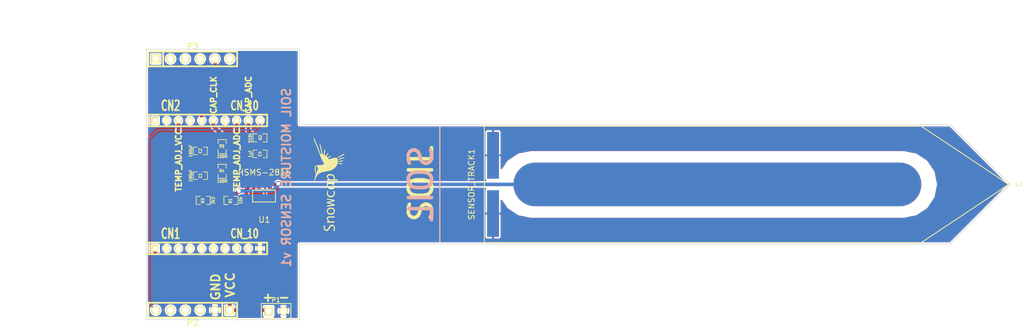
<source format=kicad_pcb>
(kicad_pcb (version 3) (host pcbnew "(22-Jun-2014 BZR 4027)-stable")

  (general
    (links 29)
    (no_connects 0)
    (area 36.375002 47.121 212.504 117.629)
    (thickness 1.6)
    (drawings 28)
    (tracks 58)
    (zones 0)
    (modules 16)
    (nets 12)
  )

  (page A3)
  (layers
    (15 F.Cu signal)
    (0 B.Cu signal)
    (16 B.Adhes user)
    (17 F.Adhes user)
    (18 B.Paste user)
    (19 F.Paste user)
    (20 B.SilkS user)
    (21 F.SilkS user)
    (22 B.Mask user)
    (23 F.Mask user)
    (24 Dwgs.User user)
    (25 Cmts.User user)
    (26 Eco1.User user)
    (27 Eco2.User user)
    (28 Edge.Cuts user)
  )

  (setup
    (last_trace_width 0.254)
    (user_trace_width 0.6096)
    (trace_clearance 0.254)
    (zone_clearance 0.254)
    (zone_45_only no)
    (trace_min 0.254)
    (segment_width 0.2)
    (edge_width 0.1)
    (via_size 0.889)
    (via_drill 0.635)
    (via_min_size 0.889)
    (via_min_drill 0.508)
    (uvia_size 0.508)
    (uvia_drill 0.127)
    (uvias_allowed no)
    (uvia_min_size 0.508)
    (uvia_min_drill 0.127)
    (pcb_text_width 0.3)
    (pcb_text_size 1.5 1.5)
    (mod_edge_width 0.15)
    (mod_text_size 1 1)
    (mod_text_width 0.15)
    (pad_size 8 2)
    (pad_drill 0)
    (pad_to_mask_clearance 0)
    (aux_axis_origin 0 0)
    (visible_elements FFFFFFBF)
    (pcbplotparams
      (layerselection 284196865)
      (usegerberextensions true)
      (excludeedgelayer true)
      (linewidth 0.150000)
      (plotframeref false)
      (viasonmask false)
      (mode 1)
      (useauxorigin false)
      (hpglpennumber 1)
      (hpglpenspeed 20)
      (hpglpendiameter 15)
      (hpglpenoverlay 2)
      (psnegative false)
      (psa4output false)
      (plotreference false)
      (plotvalue false)
      (plotothertext false)
      (plotinvisibletext false)
      (padsonsilk false)
      (subtractmaskfromsilk false)
      (outputformat 1)
      (mirror false)
      (drillshape 0)
      (scaleselection 1)
      (outputdirectory gerbers/))
  )

  (net 0 "")
  (net 1 +3.3V)
  (net 2 /CAP_ADC)
  (net 3 /CAP_CLK)
  (net 4 /TEMP_ADJ_ADC)
  (net 5 /TEMP_ADJ_VCC)
  (net 6 /V_MEASURE1)
  (net 7 /V_MEASURE2)
  (net 8 GND)
  (net 9 N-0000014)
  (net 10 N-0000015)
  (net 11 N-0000028)

  (net_class Default "This is the default net class."
    (clearance 0.254)
    (trace_width 0.254)
    (via_dia 0.889)
    (via_drill 0.635)
    (uvia_dia 0.508)
    (uvia_drill 0.127)
    (add_net "")
    (add_net +3.3V)
    (add_net /CAP_ADC)
    (add_net /CAP_CLK)
    (add_net /TEMP_ADJ_ADC)
    (add_net /TEMP_ADJ_VCC)
    (add_net /V_MEASURE1)
    (add_net /V_MEASURE2)
    (add_net GND)
    (add_net N-0000014)
    (add_net N-0000015)
    (add_net N-0000028)
  )

  (module SM0603_Resistor (layer F.Cu) (tedit 5051B21B) (tstamp 53D4E7CD)
    (at 76.375 85.125 180)
    (path /53D4DB77)
    (attr smd)
    (fp_text reference R1 (at 0.0635 -0.0635 270) (layer F.SilkS)
      (effects (font (size 0.50038 0.4572) (thickness 0.1143)))
    )
    (fp_text value 10k (at -1.69926 0 270) (layer F.SilkS)
      (effects (font (size 0.508 0.4572) (thickness 0.1143)))
    )
    (fp_line (start -0.50038 -0.6985) (end -1.2065 -0.6985) (layer F.SilkS) (width 0.127))
    (fp_line (start -1.2065 -0.6985) (end -1.2065 0.6985) (layer F.SilkS) (width 0.127))
    (fp_line (start -1.2065 0.6985) (end -0.50038 0.6985) (layer F.SilkS) (width 0.127))
    (fp_line (start 1.2065 -0.6985) (end 0.50038 -0.6985) (layer F.SilkS) (width 0.127))
    (fp_line (start 1.2065 -0.6985) (end 1.2065 0.6985) (layer F.SilkS) (width 0.127))
    (fp_line (start 1.2065 0.6985) (end 0.50038 0.6985) (layer F.SilkS) (width 0.127))
    (pad 1 smd rect (at -0.762 0 180) (size 0.635 1.143)
      (layers F.Cu F.Paste F.Mask)
      (net 11 N-0000028)
    )
    (pad 2 smd rect (at 0.762 0 180) (size 0.635 1.143)
      (layers F.Cu F.Paste F.Mask)
      (net 10 N-0000015)
    )
    (model smd\resistors\R0603.wrl
      (at (xyz 0 0 0.001))
      (scale (xyz 0.5 0.5 0.5))
      (rotate (xyz 0 0 0))
    )
  )

  (module SM0603_Resistor (layer F.Cu) (tedit 5051B21B) (tstamp 53D4E7D9)
    (at 81.375 74.375)
    (path /53D4DB86)
    (attr smd)
    (fp_text reference R2 (at 0.0635 -0.0635 90) (layer F.SilkS)
      (effects (font (size 0.50038 0.4572) (thickness 0.1143)))
    )
    (fp_text value 510k (at -1.69926 0 90) (layer F.SilkS)
      (effects (font (size 0.508 0.4572) (thickness 0.1143)))
    )
    (fp_line (start -0.50038 -0.6985) (end -1.2065 -0.6985) (layer F.SilkS) (width 0.127))
    (fp_line (start -1.2065 -0.6985) (end -1.2065 0.6985) (layer F.SilkS) (width 0.127))
    (fp_line (start -1.2065 0.6985) (end -0.50038 0.6985) (layer F.SilkS) (width 0.127))
    (fp_line (start 1.2065 -0.6985) (end 0.50038 -0.6985) (layer F.SilkS) (width 0.127))
    (fp_line (start 1.2065 -0.6985) (end 1.2065 0.6985) (layer F.SilkS) (width 0.127))
    (fp_line (start 1.2065 0.6985) (end 0.50038 0.6985) (layer F.SilkS) (width 0.127))
    (pad 1 smd rect (at -0.762 0) (size 0.635 1.143)
      (layers F.Cu F.Paste F.Mask)
      (net 2 /CAP_ADC)
    )
    (pad 2 smd rect (at 0.762 0) (size 0.635 1.143)
      (layers F.Cu F.Paste F.Mask)
      (net 8 GND)
    )
    (model smd\resistors\R0603.wrl
      (at (xyz 0 0 0.001))
      (scale (xyz 0.5 0.5 0.5))
      (rotate (xyz 0 0 0))
    )
  )

  (module SM0603_Capa (layer F.Cu) (tedit 5051B1EC) (tstamp 53D4E7E5)
    (at 81.375 77.125)
    (path /53D4DB95)
    (attr smd)
    (fp_text reference C4 (at 0 0 90) (layer F.SilkS)
      (effects (font (size 0.508 0.4572) (thickness 0.1143)))
    )
    (fp_text value 1uF (at -1.651 0 90) (layer F.SilkS)
      (effects (font (size 0.508 0.4572) (thickness 0.1143)))
    )
    (fp_line (start 0.50038 0.65024) (end 1.19888 0.65024) (layer F.SilkS) (width 0.11938))
    (fp_line (start -0.50038 0.65024) (end -1.19888 0.65024) (layer F.SilkS) (width 0.11938))
    (fp_line (start 0.50038 -0.65024) (end 1.19888 -0.65024) (layer F.SilkS) (width 0.11938))
    (fp_line (start -1.19888 -0.65024) (end -0.50038 -0.65024) (layer F.SilkS) (width 0.11938))
    (fp_line (start 1.19888 -0.635) (end 1.19888 0.635) (layer F.SilkS) (width 0.11938))
    (fp_line (start -1.19888 0.635) (end -1.19888 -0.635) (layer F.SilkS) (width 0.11938))
    (pad 1 smd rect (at -0.762 0) (size 0.635 1.143)
      (layers F.Cu F.Paste F.Mask)
      (net 2 /CAP_ADC)
    )
    (pad 2 smd rect (at 0.762 0) (size 0.635 1.143)
      (layers F.Cu F.Paste F.Mask)
      (net 8 GND)
    )
    (model smd\capacitors\C0603.wrl
      (at (xyz 0 0 0.001))
      (scale (xyz 0.5 0.5 0.5))
      (rotate (xyz 0 0 0))
    )
  )

  (module PIN_ARRAY_2X1 (layer F.Cu) (tedit 4565C520) (tstamp 53D4E7EF)
    (at 84.125 104.125)
    (descr "Connecteurs 2 pins")
    (tags "CONN DEV")
    (path /53D4E507)
    (fp_text reference P1 (at 0 -1.905) (layer F.SilkS)
      (effects (font (size 0.762 0.762) (thickness 0.1524)))
    )
    (fp_text value CONN_2 (at 0 -1.905) (layer F.SilkS) hide
      (effects (font (size 0.762 0.762) (thickness 0.1524)))
    )
    (fp_line (start -2.54 1.27) (end -2.54 -1.27) (layer F.SilkS) (width 0.1524))
    (fp_line (start -2.54 -1.27) (end 2.54 -1.27) (layer F.SilkS) (width 0.1524))
    (fp_line (start 2.54 -1.27) (end 2.54 1.27) (layer F.SilkS) (width 0.1524))
    (fp_line (start 2.54 1.27) (end -2.54 1.27) (layer F.SilkS) (width 0.1524))
    (pad 1 thru_hole rect (at -1.27 0) (size 1.524 1.524) (drill 1.016)
      (layers *.Cu *.Mask F.SilkS)
      (net 1 +3.3V)
    )
    (pad 2 thru_hole circle (at 1.27 0) (size 1.524 1.524) (drill 1.016)
      (layers *.Cu *.Mask F.SilkS)
      (net 8 GND)
    )
    (model pin_array/pins_array_2x1.wrl
      (at (xyz 0 0 0))
      (scale (xyz 1 1 1))
      (rotate (xyz 0 0 0))
    )
  )

  (module PIN_ARRAY-6X1 (layer F.Cu) (tedit 41402119) (tstamp 53D4E7FE)
    (at 69.825 103.987 180)
    (descr "Connecteur 6 pins")
    (tags "CONN DEV")
    (path /53D4DAD5)
    (fp_text reference P2 (at 0 -2.159 180) (layer F.SilkS)
      (effects (font (size 1.016 1.016) (thickness 0.2032)))
    )
    (fp_text value CN_6 (at 0 2.159 180) (layer F.SilkS) hide
      (effects (font (size 1.016 0.889) (thickness 0.2032)))
    )
    (fp_line (start -7.62 1.27) (end -7.62 -1.27) (layer F.SilkS) (width 0.3048))
    (fp_line (start -7.62 -1.27) (end 7.62 -1.27) (layer F.SilkS) (width 0.3048))
    (fp_line (start 7.62 -1.27) (end 7.62 1.27) (layer F.SilkS) (width 0.3048))
    (fp_line (start 7.62 1.27) (end -7.62 1.27) (layer F.SilkS) (width 0.3048))
    (fp_line (start -5.08 1.27) (end -5.08 -1.27) (layer F.SilkS) (width 0.3048))
    (pad 1 thru_hole rect (at -6.35 0 180) (size 1.524 1.524) (drill 1.016)
      (layers *.Cu *.Mask F.SilkS)
      (net 1 +3.3V)
    )
    (pad 2 thru_hole circle (at -3.81 0 180) (size 1.524 1.524) (drill 1.016)
      (layers *.Cu *.Mask F.SilkS)
      (net 8 GND)
    )
    (pad 3 thru_hole circle (at -1.27 0 180) (size 1.524 1.524) (drill 1.016)
      (layers *.Cu *.Mask F.SilkS)
    )
    (pad 4 thru_hole circle (at 1.27 0 180) (size 1.524 1.524) (drill 1.016)
      (layers *.Cu *.Mask F.SilkS)
    )
    (pad 5 thru_hole circle (at 3.81 0 180) (size 1.524 1.524) (drill 1.016)
      (layers *.Cu *.Mask F.SilkS)
    )
    (pad 6 thru_hole circle (at 6.35 0 180) (size 1.524 1.524) (drill 1.016)
      (layers *.Cu *.Mask F.SilkS)
      (net 6 /V_MEASURE1)
    )
    (model pin_array/pins_array_6x1.wrl
      (at (xyz 0 0 0))
      (scale (xyz 1 1 1))
      (rotate (xyz 0 0 0))
    )
  )

  (module PIN_ARRAY-6X1 (layer F.Cu) (tedit 41402119) (tstamp 53D4E80D)
    (at 69.825 60.807)
    (descr "Connecteur 6 pins")
    (tags "CONN DEV")
    (path /53D4DAE4)
    (fp_text reference P3 (at 0 -2.159) (layer F.SilkS)
      (effects (font (size 1.016 1.016) (thickness 0.2032)))
    )
    (fp_text value CN_6 (at 0 2.159) (layer F.SilkS) hide
      (effects (font (size 1.016 0.889) (thickness 0.2032)))
    )
    (fp_line (start -7.62 1.27) (end -7.62 -1.27) (layer F.SilkS) (width 0.3048))
    (fp_line (start -7.62 -1.27) (end 7.62 -1.27) (layer F.SilkS) (width 0.3048))
    (fp_line (start 7.62 -1.27) (end 7.62 1.27) (layer F.SilkS) (width 0.3048))
    (fp_line (start 7.62 1.27) (end -7.62 1.27) (layer F.SilkS) (width 0.3048))
    (fp_line (start -5.08 1.27) (end -5.08 -1.27) (layer F.SilkS) (width 0.3048))
    (pad 1 thru_hole rect (at -6.35 0) (size 1.524 1.524) (drill 1.016)
      (layers *.Cu *.Mask F.SilkS)
    )
    (pad 2 thru_hole circle (at -3.81 0) (size 1.524 1.524) (drill 1.016)
      (layers *.Cu *.Mask F.SilkS)
    )
    (pad 3 thru_hole circle (at -1.27 0) (size 1.524 1.524) (drill 1.016)
      (layers *.Cu *.Mask F.SilkS)
    )
    (pad 4 thru_hole circle (at 1.27 0) (size 1.524 1.524) (drill 1.016)
      (layers *.Cu *.Mask F.SilkS)
    )
    (pad 5 thru_hole circle (at 3.81 0) (size 1.524 1.524) (drill 1.016)
      (layers *.Cu *.Mask F.SilkS)
      (net 7 /V_MEASURE2)
    )
    (pad 6 thru_hole circle (at 6.35 0) (size 1.524 1.524) (drill 1.016)
      (layers *.Cu *.Mask F.SilkS)
    )
    (model pin_array/pins_array_6x1.wrl
      (at (xyz 0 0 0))
      (scale (xyz 1 1 1))
      (rotate (xyz 0 0 0))
    )
  )

  (module CONN-10-2MM (layer F.Cu) (tedit 4F757B8D) (tstamp 53D4EB04)
    (at 72.375 71.375)
    (descr "Connecteur 10 pins")
    (tags "CONN DEV")
    (path /53D4DB2A)
    (fp_text reference CN2 (at -6.35 -2.54) (layer F.SilkS)
      (effects (font (size 1.72974 1.08712) (thickness 0.27178)))
    )
    (fp_text value CN_10 (at 6.35 -2.54) (layer F.SilkS)
      (effects (font (size 1.524 1.016) (thickness 0.254)))
    )
    (fp_line (start 10.22604 -0.97536) (end 10.22604 0.94996) (layer F.SilkS) (width 0.3048))
    (fp_line (start -10.05078 0.97536) (end -10.05078 -0.97536) (layer F.SilkS) (width 0.3048))
    (fp_line (start -10.05078 1.00076) (end 10.22604 1.00076) (layer F.SilkS) (width 0.3048))
    (fp_line (start 10.22604 -1.00076) (end -10.05078 -1.00076) (layer F.SilkS) (width 0.3048))
    (pad 10 thru_hole circle (at 8.99922 0) (size 1.15062 1.15062) (drill 0.65024)
      (layers *.Cu *.Mask F.SilkS)
      (net 6 /V_MEASURE1)
    )
    (pad 6 thru_hole circle (at 1.00076 0) (size 1.15062 1.15062) (drill 0.65024)
      (layers *.Cu *.Mask F.SilkS)
      (net 3 /CAP_CLK)
    )
    (pad 7 thru_hole circle (at 2.99974 0) (size 1.15062 1.15062) (drill 0.65024)
      (layers *.Cu *.Mask F.SilkS)
    )
    (pad 8 thru_hole circle (at 5.00126 0) (size 1.15062 1.15062) (drill 0.65024)
      (layers *.Cu *.Mask F.SilkS)
      (net 4 /TEMP_ADJ_ADC)
    )
    (pad 9 thru_hole circle (at 7.00024 0) (size 1.15062 1.15062) (drill 0.65024)
      (layers *.Cu *.Mask F.SilkS)
      (net 2 /CAP_ADC)
    )
    (pad 5 thru_hole circle (at -1.00076 0) (size 1.15062 1.15062) (drill 0.65024)
      (layers *.Cu *.Mask F.SilkS)
      (net 7 /V_MEASURE2)
    )
    (pad 4 thru_hole circle (at -2.99974 0) (size 1.15062 1.15062) (drill 0.65024)
      (layers *.Cu *.Mask F.SilkS)
    )
    (pad 3 thru_hole circle (at -5.00126 0) (size 1.15062 1.15062) (drill 0.65024)
      (layers *.Cu *.Mask F.SilkS)
      (net 5 /TEMP_ADJ_VCC)
    )
    (pad 1 thru_hole rect (at -8.99922 0) (size 1.15062 1.15062) (drill 0.65024)
      (layers *.Cu *.Mask F.SilkS)
    )
    (pad 2 thru_hole circle (at -7.00024 0) (size 1.15062 1.15062) (drill 0.65024)
      (layers *.Cu *.Mask F.SilkS)
    )
  )

  (module CONN-10-2MM (layer F.Cu) (tedit 4F757B8D) (tstamp 53D4EB16)
    (at 72.375 93.375)
    (descr "Connecteur 10 pins")
    (tags "CONN DEV")
    (path /53D4DB39)
    (fp_text reference CN1 (at -6.35 -2.54) (layer F.SilkS)
      (effects (font (size 1.72974 1.08712) (thickness 0.27178)))
    )
    (fp_text value CN_10 (at 6.35 -2.54) (layer F.SilkS)
      (effects (font (size 1.524 1.016) (thickness 0.254)))
    )
    (fp_line (start 10.22604 -0.97536) (end 10.22604 0.94996) (layer F.SilkS) (width 0.3048))
    (fp_line (start -10.05078 0.97536) (end -10.05078 -0.97536) (layer F.SilkS) (width 0.3048))
    (fp_line (start -10.05078 1.00076) (end 10.22604 1.00076) (layer F.SilkS) (width 0.3048))
    (fp_line (start 10.22604 -1.00076) (end -10.05078 -1.00076) (layer F.SilkS) (width 0.3048))
    (pad 10 thru_hole circle (at 8.99922 0) (size 1.15062 1.15062) (drill 0.65024)
      (layers *.Cu *.Mask F.SilkS)
      (net 8 GND)
    )
    (pad 6 thru_hole circle (at 1.00076 0) (size 1.15062 1.15062) (drill 0.65024)
      (layers *.Cu *.Mask F.SilkS)
    )
    (pad 7 thru_hole circle (at 2.99974 0) (size 1.15062 1.15062) (drill 0.65024)
      (layers *.Cu *.Mask F.SilkS)
    )
    (pad 8 thru_hole circle (at 5.00126 0) (size 1.15062 1.15062) (drill 0.65024)
      (layers *.Cu *.Mask F.SilkS)
    )
    (pad 9 thru_hole circle (at 7.00024 0) (size 1.15062 1.15062) (drill 0.65024)
      (layers *.Cu *.Mask F.SilkS)
    )
    (pad 5 thru_hole circle (at -1.00076 0) (size 1.15062 1.15062) (drill 0.65024)
      (layers *.Cu *.Mask F.SilkS)
    )
    (pad 4 thru_hole circle (at -2.99974 0) (size 1.15062 1.15062) (drill 0.65024)
      (layers *.Cu *.Mask F.SilkS)
    )
    (pad 3 thru_hole circle (at -5.00126 0) (size 1.15062 1.15062) (drill 0.65024)
      (layers *.Cu *.Mask F.SilkS)
    )
    (pad 1 thru_hole rect (at -8.99922 0) (size 1.15062 1.15062) (drill 0.65024)
      (layers *.Cu *.Mask F.SilkS)
      (net 1 +3.3V)
    )
    (pad 2 thru_hole circle (at -7.00024 0) (size 1.15062 1.15062) (drill 0.65024)
      (layers *.Cu *.Mask F.SilkS)
    )
  )

  (module SM0603_Resistor (layer F.Cu) (tedit 5051B21B) (tstamp 53D52F33)
    (at 74.875 75.875 90)
    (path /53D4E9A1)
    (attr smd)
    (fp_text reference R5 (at 0.0635 -0.0635 180) (layer F.SilkS)
      (effects (font (size 0.50038 0.4572) (thickness 0.1143)))
    )
    (fp_text value 100R (at -1.69926 0 180) (layer F.SilkS)
      (effects (font (size 0.508 0.4572) (thickness 0.1143)))
    )
    (fp_line (start -0.50038 -0.6985) (end -1.2065 -0.6985) (layer F.SilkS) (width 0.127))
    (fp_line (start -1.2065 -0.6985) (end -1.2065 0.6985) (layer F.SilkS) (width 0.127))
    (fp_line (start -1.2065 0.6985) (end -0.50038 0.6985) (layer F.SilkS) (width 0.127))
    (fp_line (start 1.2065 -0.6985) (end 0.50038 -0.6985) (layer F.SilkS) (width 0.127))
    (fp_line (start 1.2065 -0.6985) (end 1.2065 0.6985) (layer F.SilkS) (width 0.127))
    (fp_line (start 1.2065 0.6985) (end 0.50038 0.6985) (layer F.SilkS) (width 0.127))
    (pad 1 smd rect (at -0.762 0 90) (size 0.635 1.143)
      (layers F.Cu F.Paste F.Mask)
      (net 9 N-0000014)
    )
    (pad 2 smd rect (at 0.762 0 90) (size 0.635 1.143)
      (layers F.Cu F.Paste F.Mask)
      (net 3 /CAP_CLK)
    )
    (model smd\resistors\R0603.wrl
      (at (xyz 0 0 0.001))
      (scale (xyz 0.5 0.5 0.5))
      (rotate (xyz 0 0 0))
    )
  )

  (module SM0603_Resistor (layer F.Cu) (tedit 5051B21B) (tstamp 53D52F3F)
    (at 74.875 80.125 90)
    (path /53D4E9B0)
    (attr smd)
    (fp_text reference R4 (at 0.0635 -0.0635 180) (layer F.SilkS)
      (effects (font (size 0.50038 0.4572) (thickness 0.1143)))
    )
    (fp_text value 100R (at -1.69926 0 180) (layer F.SilkS)
      (effects (font (size 0.508 0.4572) (thickness 0.1143)))
    )
    (fp_line (start -0.50038 -0.6985) (end -1.2065 -0.6985) (layer F.SilkS) (width 0.127))
    (fp_line (start -1.2065 -0.6985) (end -1.2065 0.6985) (layer F.SilkS) (width 0.127))
    (fp_line (start -1.2065 0.6985) (end -0.50038 0.6985) (layer F.SilkS) (width 0.127))
    (fp_line (start 1.2065 -0.6985) (end 0.50038 -0.6985) (layer F.SilkS) (width 0.127))
    (fp_line (start 1.2065 -0.6985) (end 1.2065 0.6985) (layer F.SilkS) (width 0.127))
    (fp_line (start 1.2065 0.6985) (end 0.50038 0.6985) (layer F.SilkS) (width 0.127))
    (pad 1 smd rect (at -0.762 0 90) (size 0.635 1.143)
      (layers F.Cu F.Paste F.Mask)
      (net 10 N-0000015)
    )
    (pad 2 smd rect (at 0.762 0 90) (size 0.635 1.143)
      (layers F.Cu F.Paste F.Mask)
      (net 9 N-0000014)
    )
    (model smd\resistors\R0603.wrl
      (at (xyz 0 0 0.001))
      (scale (xyz 0.5 0.5 0.5))
      (rotate (xyz 0 0 0))
    )
  )

  (module SM0603_Resistor (layer F.Cu) (tedit 5051B21B) (tstamp 53D52F4B)
    (at 71.625 85.125 180)
    (path /53D50216)
    (attr smd)
    (fp_text reference R3 (at 0.0635 -0.0635 270) (layer F.SilkS)
      (effects (font (size 0.50038 0.4572) (thickness 0.1143)))
    )
    (fp_text value 3k3 (at -1.69926 0 270) (layer F.SilkS)
      (effects (font (size 0.508 0.4572) (thickness 0.1143)))
    )
    (fp_line (start -0.50038 -0.6985) (end -1.2065 -0.6985) (layer F.SilkS) (width 0.127))
    (fp_line (start -1.2065 -0.6985) (end -1.2065 0.6985) (layer F.SilkS) (width 0.127))
    (fp_line (start -1.2065 0.6985) (end -0.50038 0.6985) (layer F.SilkS) (width 0.127))
    (fp_line (start 1.2065 -0.6985) (end 0.50038 -0.6985) (layer F.SilkS) (width 0.127))
    (fp_line (start 1.2065 -0.6985) (end 1.2065 0.6985) (layer F.SilkS) (width 0.127))
    (fp_line (start 1.2065 0.6985) (end 0.50038 0.6985) (layer F.SilkS) (width 0.127))
    (pad 1 smd rect (at -0.762 0 180) (size 0.635 1.143)
      (layers F.Cu F.Paste F.Mask)
      (net 4 /TEMP_ADJ_ADC)
    )
    (pad 2 smd rect (at 0.762 0 180) (size 0.635 1.143)
      (layers F.Cu F.Paste F.Mask)
      (net 5 /TEMP_ADJ_VCC)
    )
    (model smd\resistors\R0603.wrl
      (at (xyz 0 0 0.001))
      (scale (xyz 0.5 0.5 0.5))
      (rotate (xyz 0 0 0))
    )
  )

  (module SM0603_Capa (layer F.Cu) (tedit 5051B1EC) (tstamp 53D52F57)
    (at 71.125 76.625)
    (path /53D4E983)
    (attr smd)
    (fp_text reference C2 (at 0 0 90) (layer F.SilkS)
      (effects (font (size 0.508 0.4572) (thickness 0.1143)))
    )
    (fp_text value 100pF (at -1.651 0 90) (layer F.SilkS)
      (effects (font (size 0.508 0.4572) (thickness 0.1143)))
    )
    (fp_line (start 0.50038 0.65024) (end 1.19888 0.65024) (layer F.SilkS) (width 0.11938))
    (fp_line (start -0.50038 0.65024) (end -1.19888 0.65024) (layer F.SilkS) (width 0.11938))
    (fp_line (start 0.50038 -0.65024) (end 1.19888 -0.65024) (layer F.SilkS) (width 0.11938))
    (fp_line (start -1.19888 -0.65024) (end -0.50038 -0.65024) (layer F.SilkS) (width 0.11938))
    (fp_line (start 1.19888 -0.635) (end 1.19888 0.635) (layer F.SilkS) (width 0.11938))
    (fp_line (start -1.19888 0.635) (end -1.19888 -0.635) (layer F.SilkS) (width 0.11938))
    (pad 1 smd rect (at -0.762 0) (size 0.635 1.143)
      (layers F.Cu F.Paste F.Mask)
      (net 8 GND)
    )
    (pad 2 smd rect (at 0.762 0) (size 0.635 1.143)
      (layers F.Cu F.Paste F.Mask)
      (net 9 N-0000014)
    )
    (model smd\capacitors\C0603.wrl
      (at (xyz 0 0 0.001))
      (scale (xyz 0.5 0.5 0.5))
      (rotate (xyz 0 0 0))
    )
  )

  (module SM0603_Capa (layer F.Cu) (tedit 5051B1EC) (tstamp 53D52F63)
    (at 71.125 80.875)
    (path /53D4E992)
    (attr smd)
    (fp_text reference C1 (at 0 0 90) (layer F.SilkS)
      (effects (font (size 0.508 0.4572) (thickness 0.1143)))
    )
    (fp_text value 100pF (at -1.651 0 90) (layer F.SilkS)
      (effects (font (size 0.508 0.4572) (thickness 0.1143)))
    )
    (fp_line (start 0.50038 0.65024) (end 1.19888 0.65024) (layer F.SilkS) (width 0.11938))
    (fp_line (start -0.50038 0.65024) (end -1.19888 0.65024) (layer F.SilkS) (width 0.11938))
    (fp_line (start 0.50038 -0.65024) (end 1.19888 -0.65024) (layer F.SilkS) (width 0.11938))
    (fp_line (start -1.19888 -0.65024) (end -0.50038 -0.65024) (layer F.SilkS) (width 0.11938))
    (fp_line (start 1.19888 -0.635) (end 1.19888 0.635) (layer F.SilkS) (width 0.11938))
    (fp_line (start -1.19888 0.635) (end -1.19888 -0.635) (layer F.SilkS) (width 0.11938))
    (pad 1 smd rect (at -0.762 0) (size 0.635 1.143)
      (layers F.Cu F.Paste F.Mask)
      (net 8 GND)
    )
    (pad 2 smd rect (at 0.762 0) (size 0.635 1.143)
      (layers F.Cu F.Paste F.Mask)
      (net 10 N-0000015)
    )
    (model smd\capacitors\C0603.wrl
      (at (xyz 0 0 0.001))
      (scale (xyz 0.5 0.5 0.5))
      (rotate (xyz 0 0 0))
    )
  )

  (module HSMS-2815 (layer F.Cu) (tedit 53D67037) (tstamp 53D52F6F)
    (at 82.125 84.375 180)
    (path /53D50003)
    (fp_text reference U1 (at 0 -4.064 180) (layer F.SilkS)
      (effects (font (size 1 1) (thickness 0.15)))
    )
    (fp_text value HSMS-2815 (at 0 4.064 180) (layer F.SilkS)
      (effects (font (size 1 1) (thickness 0.15)))
    )
    (fp_line (start -1.905 -1.016) (end 2.032 -1.016) (layer F.SilkS) (width 0.15))
    (fp_line (start 2.032 -1.016) (end 2.032 1.016) (layer F.SilkS) (width 0.15))
    (fp_line (start 2.032 1.016) (end -1.905 1.016) (layer F.SilkS) (width 0.15))
    (fp_line (start -1.905 1.016) (end -1.905 -1.016) (layer F.SilkS) (width 0.15))
    (pad 4 smd rect (at -0.95 2 180) (size 0.7 1.5)
      (layers F.Cu F.Paste F.Mask)
      (net 11 N-0000028)
    )
    (pad 3 smd rect (at 0.95 2 180) (size 0.7 1.5)
      (layers F.Cu F.Paste F.Mask)
      (net 4 /TEMP_ADJ_ADC)
    )
    (pad 2 smd rect (at -0.95 -2 180) (size 0.7 1.5)
      (layers F.Cu F.Paste F.Mask)
      (net 2 /CAP_ADC)
    )
    (pad 1 smd rect (at 0.95 -2 180) (size 1 1.5)
      (layers F.Cu F.Paste F.Mask)
      (net 8 GND)
    )
  )

  (module SOIL_SENSOR_CAPACITIVE (layer F.Cu) (tedit 53D680C8) (tstamp 53D52F27)
    (at 164.875 82.375 90)
    (path /53D4DBA4)
    (fp_text reference SENSOR_TRACK1 (at 0 -47.2 90) (layer F.SilkS)
      (effects (font (size 1 1) (thickness 0.15)))
    )
    (fp_text value C (at 0 46.8 90) (layer F.SilkS)
      (effects (font (size 1 1) (thickness 0.15)))
    )
    (fp_line (start 0 45) (end 10 30) (layer F.SilkS) (width 0.15))
    (fp_line (start 10 30) (end 10 -45) (layer F.SilkS) (width 0.15))
    (fp_line (start 10 -45) (end -10 -45) (layer F.SilkS) (width 0.15))
    (fp_line (start -10 -45) (end -10 30) (layer F.SilkS) (width 0.15))
    (fp_line (start -10 30) (end 0 45) (layer F.SilkS) (width 0.15))
    (pad 1 smd oval (at 0 -5 90) (size 7.5 70)
      (layers F.Cu)
      (net 11 N-0000028)
      (clearance 2)
      (zone_connect 2)
      (thermal_width 0.1)
      (thermal_gap 2)
    )
    (pad 2 smd rect (at -5 -43.5 90) (size 8 2)
      (layers F.Cu)
      (net 8 GND)
    )
    (pad 2 smd rect (at 5 -43.5 90) (size 8 2)
      (layers F.Cu)
      (net 8 GND)
    )
    (pad 2 smd rect (at -5 -43.5 90) (size 8 2)
      (layers B.Cu)
      (net 8 GND)
    )
    (pad 2 smd rect (at 5 -43.5 90) (size 8 2)
      (layers B.Cu)
      (net 8 GND)
    )
    (pad 1 smd oval (at 0 -5 90) (size 7.5 70)
      (layers B.Cu)
      (net 11 N-0000028)
      (clearance 2)
      (thermal_width 0.1)
      (thermal_gap 2)
    )
  )

  (module LOGO_SNOWCAP_FRONT (layer F.Cu) (tedit 527E9295) (tstamp 53DA80E3)
    (at 93.2 82.4 90)
    (fp_text reference "" (at 0 5.08 90) (layer F.SilkS) hide
      (effects (font (size 1.524 1.524) (thickness 0.3048)))
    )
    (fp_text value "" (at 0 -5.08 90) (layer F.SilkS) hide
      (effects (font (size 1.524 1.524) (thickness 0.3048)))
    )
    (fp_poly (pts (xy 5.33908 2.60604) (xy 5.33146 2.62382) (xy 5.31876 2.63906) (xy 5.29844 2.66192)
      (xy 5.27304 2.66954) (xy 5.25272 2.667) (xy 5.23748 2.66446) (xy 5.22224 2.6543)
      (xy 5.207 2.63906) (xy 5.18668 2.6162) (xy 5.16128 2.58318) (xy 5.1308 2.54508)
      (xy 4.99872 2.35204) (xy 4.87426 2.14884) (xy 4.75742 1.93294) (xy 4.66344 1.73482)
      (xy 4.64058 1.68148) (xy 4.6228 1.64338) (xy 4.61264 1.6129) (xy 4.60756 1.59004)
      (xy 4.60502 1.57226) (xy 4.60502 1.55702) (xy 4.6101 1.54178) (xy 4.6101 1.54178)
      (xy 4.62534 1.52146) (xy 4.65074 1.50876) (xy 4.67614 1.50114) (xy 4.69392 1.50114)
      (xy 4.70916 1.50622) (xy 4.72186 1.51638) (xy 4.7371 1.53416) (xy 4.75234 1.55956)
      (xy 4.77012 1.59512) (xy 4.79298 1.64338) (xy 4.79806 1.66116) (xy 4.8641 1.80086)
      (xy 4.93776 1.9431) (xy 5.0165 2.08534) (xy 5.10032 2.2225) (xy 5.18414 2.35204)
      (xy 5.26542 2.46888) (xy 5.27558 2.48412) (xy 5.30606 2.52476) (xy 5.32638 2.55778)
      (xy 5.33654 2.58318) (xy 5.33908 2.60604) (xy 5.33908 2.60604)) (layer F.SilkS) (width 0.00254))
    (fp_poly (pts (xy 4.67614 2.53238) (xy 4.66852 2.56286) (xy 4.65074 2.58572) (xy 4.6228 2.59842)
      (xy 4.59486 2.6035) (xy 4.56438 2.59334) (xy 4.55676 2.5908) (xy 4.54406 2.57556)
      (xy 4.53136 2.5527) (xy 4.52882 2.54254) (xy 4.52374 2.52984) (xy 4.51358 2.5019)
      (xy 4.50088 2.46126) (xy 4.48564 2.413) (xy 4.4704 2.35712) (xy 4.45008 2.29362)
      (xy 4.42976 2.22504) (xy 4.4069 2.15646) (xy 4.38658 2.08534) (xy 4.36372 2.01422)
      (xy 4.3434 1.94818) (xy 4.32562 1.88468) (xy 4.30784 1.8288) (xy 4.29514 1.78054)
      (xy 4.28244 1.74244) (xy 4.27482 1.7145) (xy 4.27228 1.7018) (xy 4.26974 1.67894)
      (xy 4.27482 1.6637) (xy 4.29768 1.63576) (xy 4.32562 1.62052) (xy 4.35356 1.61798)
      (xy 4.3815 1.6256) (xy 4.40436 1.64846) (xy 4.41452 1.6637) (xy 4.42214 1.68148)
      (xy 4.4323 1.71196) (xy 4.445 1.7526) (xy 4.46024 1.8034) (xy 4.47802 1.86436)
      (xy 4.49834 1.92786) (xy 4.5212 1.99644) (xy 4.54152 2.06756) (xy 4.56438 2.13868)
      (xy 4.5847 2.2098) (xy 4.60502 2.27838) (xy 4.6228 2.34188) (xy 4.64058 2.4003)
      (xy 4.65328 2.44856) (xy 4.66344 2.4892) (xy 4.67106 2.51714) (xy 4.67614 2.53238)
      (xy 4.67614 2.53238) (xy 4.67614 2.53238)) (layer F.SilkS) (width 0.00254))
    (fp_poly (pts (xy 4.13004 2.35204) (xy 4.13004 2.3749) (xy 4.13004 2.39014) (xy 4.12496 2.40284)
      (xy 4.12242 2.413) (xy 4.11734 2.41808) (xy 4.10972 2.4257) (xy 4.10718 2.42824)
      (xy 4.0767 2.44602) (xy 4.04876 2.44856) (xy 4.02082 2.43586) (xy 4.01066 2.4257)
      (xy 3.99288 2.40538) (xy 3.98272 2.37998) (xy 3.98272 2.37744) (xy 3.98018 2.3622)
      (xy 3.97764 2.33426) (xy 3.97256 2.29616) (xy 3.96748 2.24536) (xy 3.9624 2.18694)
      (xy 3.95478 2.1209) (xy 3.94716 2.05232) (xy 3.94716 2.03454) (xy 3.937 1.9558)
      (xy 3.93192 1.88976) (xy 3.92684 1.83896) (xy 3.9243 1.79832) (xy 3.92176 1.7653)
      (xy 3.91922 1.74244) (xy 3.91922 1.72466) (xy 3.92176 1.71196) (xy 3.92176 1.70434)
      (xy 3.92684 1.69672) (xy 3.92938 1.6891) (xy 3.9497 1.6637) (xy 3.97764 1.651)
      (xy 4.00812 1.651) (xy 4.03352 1.6637) (xy 4.05384 1.68402) (xy 4.05892 1.69418)
      (xy 4.064 1.7145) (xy 4.06908 1.74752) (xy 4.07416 1.79324) (xy 4.08178 1.85166)
      (xy 4.0894 1.92278) (xy 4.09956 2.00914) (xy 4.09956 2.00914) (xy 4.10972 2.09804)
      (xy 4.11734 2.1717) (xy 4.12242 2.23266) (xy 4.1275 2.28346) (xy 4.13004 2.32156)
      (xy 4.13004 2.35204) (xy 4.13004 2.35204)) (layer F.SilkS) (width 0.00254))
    (fp_poly (pts (xy 3.71348 1.7145) (xy 3.71348 1.75768) (xy 3.7084 1.81356) (xy 3.70078 1.87452)
      (xy 3.69062 1.93802) (xy 3.68046 1.99644) (xy 3.66776 2.04724) (xy 3.66522 2.0574)
      (xy 3.64744 2.11836) (xy 3.62712 2.17424) (xy 3.6068 2.2225) (xy 3.58394 2.25806)
      (xy 3.56362 2.28346) (xy 3.556 2.28854) (xy 3.52552 2.29616) (xy 3.4925 2.29108)
      (xy 3.47218 2.28092) (xy 3.45186 2.2606) (xy 3.44424 2.2352) (xy 3.44932 2.20218)
      (xy 3.46456 2.16154) (xy 3.46964 2.15138) (xy 3.49504 2.08788) (xy 3.5179 2.01168)
      (xy 3.53568 1.92786) (xy 3.55092 1.8288) (xy 3.56108 1.72212) (xy 3.56616 1.68402)
      (xy 3.5687 1.65862) (xy 3.57378 1.64084) (xy 3.57886 1.63068) (xy 3.58902 1.62052)
      (xy 3.58902 1.62052) (xy 3.6195 1.60274) (xy 3.64998 1.60274) (xy 3.68046 1.61544)
      (xy 3.69062 1.6256) (xy 3.70332 1.63576) (xy 3.7084 1.64846) (xy 3.71348 1.66624)
      (xy 3.71348 1.69164) (xy 3.71348 1.7145) (xy 3.71348 1.7145)) (layer F.SilkS) (width 0.00254))
    (fp_poly (pts (xy 7.99592 -2.58572) (xy 7.99084 -2.55778) (xy 7.9756 -2.53238) (xy 7.97306 -2.52984)
      (xy 7.96036 -2.52222) (xy 7.93496 -2.51206) (xy 7.8994 -2.49428) (xy 7.85622 -2.4765)
      (xy 7.8105 -2.45618) (xy 7.7978 -2.4511) (xy 7.76224 -2.43586) (xy 7.71398 -2.41554)
      (xy 7.65556 -2.39268) (xy 7.58444 -2.3622) (xy 7.50824 -2.33172) (xy 7.42696 -2.2987)
      (xy 7.3406 -2.2606) (xy 7.2517 -2.22504) (xy 7.16026 -2.18694) (xy 7.14502 -2.18186)
      (xy 6.96976 -2.11074) (xy 6.79196 -2.03708) (xy 6.60908 -1.96088) (xy 6.4262 -1.88722)
      (xy 6.24586 -1.8161) (xy 6.0706 -1.74498) (xy 5.90042 -1.67894) (xy 5.7404 -1.61544)
      (xy 5.59308 -1.55956) (xy 5.5753 -1.55194) (xy 5.51434 -1.52908) (xy 5.461 -1.50876)
      (xy 5.4102 -1.48844) (xy 5.36956 -1.4732) (xy 5.33654 -1.4605) (xy 5.31622 -1.45288)
      (xy 5.31114 -1.45034) (xy 5.30352 -1.44526) (xy 5.29844 -1.4351) (xy 5.29336 -1.41478)
      (xy 5.28828 -1.38684) (xy 5.28066 -1.34874) (xy 5.27558 -1.31318) (xy 5.27304 -1.2827)
      (xy 5.2705 -1.25984) (xy 5.2705 -1.25222) (xy 5.27812 -1.25476) (xy 5.30098 -1.25984)
      (xy 5.33654 -1.26746) (xy 5.3848 -1.27762) (xy 5.44576 -1.29032) (xy 5.51434 -1.30556)
      (xy 5.59562 -1.3208) (xy 5.68198 -1.34112) (xy 5.7785 -1.36144) (xy 5.8801 -1.3843)
      (xy 5.98678 -1.40716) (xy 6.06044 -1.4224) (xy 6.16966 -1.44526) (xy 6.27634 -1.46812)
      (xy 6.37794 -1.49098) (xy 6.47446 -1.5113) (xy 6.56082 -1.52908) (xy 6.6421 -1.54686)
      (xy 6.71068 -1.55956) (xy 6.77164 -1.57226) (xy 6.8199 -1.58242) (xy 6.85546 -1.59004)
      (xy 6.87578 -1.59258) (xy 6.88086 -1.59258) (xy 6.91642 -1.5875) (xy 6.93928 -1.56718)
      (xy 6.95452 -1.54178) (xy 6.95706 -1.52146) (xy 6.95198 -1.49098) (xy 6.9342 -1.46812)
      (xy 6.91642 -1.45796) (xy 6.90626 -1.45288) (xy 6.88086 -1.4478) (xy 6.84276 -1.43764)
      (xy 6.79196 -1.42748) (xy 6.72846 -1.41224) (xy 6.65734 -1.397) (xy 6.57352 -1.37668)
      (xy 6.48208 -1.35636) (xy 6.38556 -1.33604) (xy 6.28142 -1.31318) (xy 6.1722 -1.29032)
      (xy 6.06044 -1.26492) (xy 5.22732 -1.08458) (xy 5.19938 -1.00584) (xy 5.18414 -0.96266)
      (xy 5.17398 -0.93218) (xy 5.16636 -0.9144) (xy 5.16382 -0.90424) (xy 5.16636 -0.89916)
      (xy 5.1689 -0.89662) (xy 5.17144 -0.89662) (xy 5.18414 -0.89662) (xy 5.21208 -0.89154)
      (xy 5.25018 -0.88646) (xy 5.29844 -0.88138) (xy 5.35686 -0.87376) (xy 5.42036 -0.86614)
      (xy 5.4864 -0.85598) (xy 5.55752 -0.84582) (xy 5.62864 -0.8382) (xy 5.69722 -0.82804)
      (xy 5.76326 -0.81788) (xy 5.82422 -0.81026) (xy 5.8801 -0.8001) (xy 5.92582 -0.79502)
      (xy 5.95884 -0.78994) (xy 5.9817 -0.78486) (xy 5.99186 -0.78232) (xy 6.01726 -0.76454)
      (xy 6.0325 -0.7366) (xy 6.03504 -0.70358) (xy 6.02234 -0.67056) (xy 5.99948 -0.65024)
      (xy 5.969 -0.64008) (xy 5.96392 -0.64008) (xy 5.95122 -0.64262) (xy 5.92328 -0.64516)
      (xy 5.88264 -0.65024) (xy 5.83184 -0.65532) (xy 5.77088 -0.66294) (xy 5.7023 -0.6731)
      (xy 5.62864 -0.68072) (xy 5.54736 -0.69342) (xy 5.5118 -0.69596) (xy 5.43052 -0.70866)
      (xy 5.35686 -0.71628) (xy 5.28574 -0.72644) (xy 5.22478 -0.73406) (xy 5.17398 -0.73914)
      (xy 5.1308 -0.74422) (xy 5.10286 -0.74676) (xy 5.08762 -0.74676) (xy 5.08508 -0.74676)
      (xy 5.08 -0.73914) (xy 5.06984 -0.71882) (xy 5.05206 -0.68834) (xy 5.03174 -0.65278)
      (xy 5.01904 -0.63246) (xy 4.95808 -0.52578) (xy 5.19176 -0.37084) (xy 5.2451 -0.33274)
      (xy 5.2959 -0.29718) (xy 5.34162 -0.2667) (xy 5.38226 -0.23876) (xy 5.4102 -0.2159)
      (xy 5.43052 -0.20066) (xy 5.43814 -0.19304) (xy 5.45084 -0.16256) (xy 5.4483 -0.13208)
      (xy 5.42798 -0.10414) (xy 5.42798 -0.10414) (xy 5.41782 -0.09144) (xy 5.40512 -0.08382)
      (xy 5.39242 -0.08128) (xy 5.37718 -0.08128) (xy 5.3594 -0.08636) (xy 5.33654 -0.09652)
      (xy 5.30606 -0.11176) (xy 5.26796 -0.13462) (xy 5.2197 -0.1651) (xy 5.16128 -0.2032)
      (xy 5.11302 -0.23622) (xy 5.05714 -0.27178) (xy 5.00634 -0.3048) (xy 4.96316 -0.33528)
      (xy 4.92506 -0.35814) (xy 4.89458 -0.37846) (xy 4.8768 -0.38862) (xy 4.87172 -0.39116)
      (xy 4.8641 -0.38608) (xy 4.84886 -0.37084) (xy 4.826 -0.35052) (xy 4.81584 -0.33782)
      (xy 4.79044 -0.31242) (xy 4.7625 -0.28702) (xy 4.72948 -0.25908) (xy 4.70154 -0.23622)
      (xy 4.67868 -0.21844) (xy 4.66852 -0.21082) (xy 4.6736 -0.20574) (xy 4.68376 -0.18542)
      (xy 4.70154 -0.15748) (xy 4.7244 -0.11938) (xy 4.75234 -0.07366) (xy 4.78282 -0.02286)
      (xy 4.80822 0.01778) (xy 4.84886 0.08636) (xy 4.88188 0.14224) (xy 4.90982 0.18796)
      (xy 4.9276 0.22352) (xy 4.9403 0.25146) (xy 4.94792 0.27178) (xy 4.95046 0.28956)
      (xy 4.94792 0.30226) (xy 4.9403 0.31242) (xy 4.93014 0.32512) (xy 4.92506 0.3302)
      (xy 4.89458 0.34798) (xy 4.86664 0.35052) (xy 4.8387 0.33782) (xy 4.82346 0.32512)
      (xy 4.8133 0.31242) (xy 4.79552 0.28702) (xy 4.77266 0.254) (xy 4.74472 0.21082)
      (xy 4.71424 0.16002) (xy 4.68122 0.10668) (xy 4.66852 0.08636) (xy 4.6355 0.03302)
      (xy 4.60756 -0.01524) (xy 4.57962 -0.05588) (xy 4.5593 -0.0889) (xy 4.54406 -0.1143)
      (xy 4.53644 -0.127) (xy 4.5339 -0.127) (xy 4.52628 -0.12446) (xy 4.5085 -0.1143)
      (xy 4.48056 -0.09652) (xy 4.44754 -0.0762) (xy 4.42722 -0.0635) (xy 4.32308 0)
      (xy 4.3434 0.04572) (xy 4.41706 0.22352) (xy 4.48056 0.40894) (xy 4.53644 0.60452)
      (xy 4.5593 0.70104) (xy 4.57708 0.79502) (xy 4.59232 0.89408) (xy 4.60502 0.99568)
      (xy 4.61264 1.09474) (xy 4.61772 1.18872) (xy 4.61772 1.26746) (xy 4.61518 1.35128)
      (xy 4.57962 1.38938) (xy 4.54914 1.41732) (xy 4.51866 1.44018) (xy 4.4831 1.45796)
      (xy 4.43992 1.4732) (xy 4.38658 1.48844) (xy 4.28752 1.5113) (xy 4.19608 1.52654)
      (xy 4.10718 1.53416) (xy 4.01066 1.5367) (xy 3.90906 1.52908) (xy 3.8862 1.52908)
      (xy 3.80746 1.52146) (xy 3.74142 1.5113) (xy 3.68554 1.50368) (xy 3.63474 1.49098)
      (xy 3.58394 1.47574) (xy 3.53314 1.45796) (xy 3.47472 1.4351) (xy 3.4544 1.42494)
      (xy 3.33248 1.36906) (xy 3.22072 1.30302) (xy 3.1877 1.28016) (xy 3.1877 -2.00406)
      (xy 3.18262 -2.03708) (xy 3.16738 -2.09804) (xy 3.14452 -2.14884) (xy 3.12166 -2.17678)
      (xy 3.0861 -2.20726) (xy 3.03784 -2.23266) (xy 2.9845 -2.25552) (xy 2.92862 -2.27076)
      (xy 2.89052 -2.27838) (xy 2.83972 -2.28092) (xy 2.7813 -2.28346) (xy 2.72034 -2.28346)
      (xy 2.6543 -2.28346) (xy 2.59334 -2.28092) (xy 2.53746 -2.27584) (xy 2.5019 -2.27076)
      (xy 2.43332 -2.25806) (xy 2.35712 -2.24282) (xy 2.2733 -2.2225) (xy 2.18694 -2.1971)
      (xy 2.10058 -2.17424) (xy 2.0193 -2.14884) (xy 1.94818 -2.12344) (xy 1.9304 -2.11582)
      (xy 1.8542 -2.08534) (xy 1.8923 -2.08026) (xy 1.94056 -2.07264) (xy 1.99644 -2.06756)
      (xy 2.06248 -2.05994) (xy 2.13106 -2.05232) (xy 2.20218 -2.0447) (xy 2.27076 -2.03962)
      (xy 2.3368 -2.03454) (xy 2.39522 -2.02946) (xy 2.44348 -2.02692) (xy 2.4765 -2.02438)
      (xy 2.47904 -2.02438) (xy 2.54254 -2.02438) (xy 2.5146 -2.00406) (xy 2.4892 -1.97866)
      (xy 2.47904 -1.95326) (xy 2.48158 -1.92532) (xy 2.48412 -1.9177) (xy 2.49936 -1.89484)
      (xy 2.52476 -1.87706) (xy 2.56286 -1.85928) (xy 2.58064 -1.85166) (xy 2.61366 -1.84658)
      (xy 2.6543 -1.84404) (xy 2.69748 -1.84658) (xy 2.73304 -1.85166) (xy 2.76098 -1.86182)
      (xy 2.76352 -1.86182) (xy 2.79146 -1.88722) (xy 2.8067 -1.91262) (xy 2.8067 -1.9431)
      (xy 2.79146 -1.97104) (xy 2.78638 -1.97866) (xy 2.77876 -1.98628) (xy 2.77622 -1.99136)
      (xy 2.77876 -1.99136) (xy 2.794 -1.99136) (xy 2.82194 -1.98628) (xy 2.84988 -1.9812)
      (xy 2.88798 -1.97612) (xy 2.93624 -1.97104) (xy 2.9845 -1.96596) (xy 3.00736 -1.96342)
      (xy 3.048 -1.96088) (xy 3.07594 -1.96088) (xy 3.09372 -1.96342) (xy 3.1115 -1.9685)
      (xy 3.12928 -1.97612) (xy 3.14198 -1.9812) (xy 3.1877 -2.00406) (xy 3.1877 1.28016)
      (xy 3.11404 1.22682) (xy 3.00736 1.14046) (xy 2.93624 1.07442) (xy 2.84988 0.98552)
      (xy 2.77114 0.9017) (xy 2.70256 0.81534) (xy 2.6416 0.72644) (xy 2.58572 0.63246)
      (xy 2.53238 0.53086) (xy 2.48158 0.4191) (xy 2.4384 0.31242) (xy 2.41554 0.254)
      (xy 2.39776 0.20066) (xy 2.37998 0.14478) (xy 2.36474 0.0889) (xy 2.3495 0.02794)
      (xy 2.33426 -0.04064) (xy 2.32156 -0.11684) (xy 2.30632 -0.2032) (xy 2.28854 -0.30226)
      (xy 2.28092 -0.34798) (xy 2.25552 -0.508) (xy 2.23012 -0.65024) (xy 2.20472 -0.78232)
      (xy 2.17932 -0.9017) (xy 2.15138 -1.01346) (xy 2.12344 -1.1176) (xy 2.09042 -1.21412)
      (xy 2.0574 -1.3081) (xy 2.0193 -1.39954) (xy 1.97866 -1.49098) (xy 1.9431 -1.56464)
      (xy 1.92532 -1.59766) (xy 1.89992 -1.64084) (xy 1.86944 -1.6891) (xy 1.83642 -1.73736)
      (xy 1.80086 -1.78816) (xy 1.7653 -1.83642) (xy 1.73228 -1.8796) (xy 1.70434 -1.9177)
      (xy 1.67894 -1.94564) (xy 1.66116 -1.96088) (xy 1.66116 -1.96088) (xy 1.59004 -2.00914)
      (xy 1.50622 -2.05994) (xy 1.41224 -2.11074) (xy 1.31064 -2.16154) (xy 1.2065 -2.2098)
      (xy 1.09982 -2.25298) (xy 0.99822 -2.29362) (xy 0.89916 -2.32664) (xy 0.889 -2.32918)
      (xy 0.79502 -2.35458) (xy 0.71628 -2.37744) (xy 0.64262 -2.39522) (xy 0.57658 -2.40792)
      (xy 0.508 -2.42062) (xy 0.44196 -2.42824) (xy 0.3683 -2.43586) (xy 0.32512 -2.4384)
      (xy 0.28956 -2.44094) (xy 0.2667 -2.44348) (xy 0.254 -2.44856) (xy 0.24892 -2.45364)
      (xy 0.24892 -2.45872) (xy 0.24892 -2.46634) (xy 0.25654 -2.47142) (xy 0.26924 -2.4765)
      (xy 0.28956 -2.47904) (xy 0.3175 -2.48158) (xy 0.35814 -2.48158) (xy 0.40894 -2.47904)
      (xy 0.47498 -2.47904) (xy 0.54864 -2.4765) (xy 0.70866 -2.46888) (xy 0.85344 -2.45872)
      (xy 0.98552 -2.44348) (xy 1.10998 -2.42824) (xy 1.22428 -2.40792) (xy 1.33096 -2.38506)
      (xy 1.4351 -2.35712) (xy 1.53416 -2.3241) (xy 1.63322 -2.286) (xy 1.6764 -2.26822)
      (xy 1.7145 -2.25298) (xy 1.74752 -2.24028) (xy 1.77292 -2.23012) (xy 1.7907 -2.22758)
      (xy 1.7907 -2.22758) (xy 1.8034 -2.23266) (xy 1.8288 -2.24282) (xy 1.85928 -2.25298)
      (xy 1.8796 -2.2606) (xy 1.94564 -2.286) (xy 2.02438 -2.3114) (xy 2.11074 -2.3368)
      (xy 2.19964 -2.35966) (xy 2.286 -2.38252) (xy 2.36728 -2.40284) (xy 2.44094 -2.41554)
      (xy 2.47396 -2.42062) (xy 2.54 -2.43078) (xy 2.6162 -2.43586) (xy 2.6924 -2.4384)
      (xy 2.76606 -2.44094) (xy 2.8321 -2.4384) (xy 2.8702 -2.43332) (xy 2.9718 -2.41808)
      (xy 3.0607 -2.39014) (xy 3.13944 -2.35458) (xy 3.20294 -2.3114) (xy 3.25628 -2.25806)
      (xy 3.29438 -2.1971) (xy 3.30708 -2.16916) (xy 3.3147 -2.14376) (xy 3.32232 -2.11582)
      (xy 3.32994 -2.0828) (xy 3.33502 -2.04216) (xy 3.3401 -1.9939) (xy 3.34518 -1.93802)
      (xy 3.35026 -1.86944) (xy 3.3528 -1.78816) (xy 3.35788 -1.69418) (xy 3.35788 -1.6764)
      (xy 3.36296 -1.5621) (xy 3.36804 -1.4605) (xy 3.37312 -1.37414) (xy 3.38074 -1.29794)
      (xy 3.38836 -1.23444) (xy 3.39598 -1.17856) (xy 3.40614 -1.1303) (xy 3.4163 -1.0922)
      (xy 3.42646 -1.05664) (xy 3.4417 -1.02616) (xy 3.4417 -1.02616) (xy 3.44932 -1.01092)
      (xy 3.45694 -1.00076) (xy 3.46964 -0.98552) (xy 3.48742 -0.97028) (xy 3.51028 -0.9525)
      (xy 3.5433 -0.92456) (xy 3.57632 -0.9017) (xy 3.6576 -0.8382) (xy 3.70586 -0.87376)
      (xy 3.7592 -0.9144) (xy 3.82524 -0.95758) (xy 3.90144 -1.00584) (xy 3.9878 -1.05664)
      (xy 4.08178 -1.10998) (xy 4.1783 -1.16078) (xy 4.27482 -1.21158) (xy 4.37388 -1.25984)
      (xy 4.4704 -1.30556) (xy 4.53136 -1.33096) (xy 4.59994 -1.36144) (xy 4.67868 -1.39192)
      (xy 4.75996 -1.42494) (xy 4.84378 -1.45542) (xy 4.9276 -1.48844) (xy 5.00888 -1.51638)
      (xy 5.08254 -1.54178) (xy 5.14858 -1.56464) (xy 5.20192 -1.57988) (xy 5.20446 -1.57988)
      (xy 5.24002 -1.59258) (xy 5.28828 -1.60782) (xy 5.35178 -1.63068) (xy 5.42798 -1.66116)
      (xy 5.51688 -1.69418) (xy 5.61848 -1.73228) (xy 5.73024 -1.77546) (xy 5.85216 -1.82372)
      (xy 5.98424 -1.87706) (xy 6.12648 -1.93294) (xy 6.27634 -1.9939) (xy 6.43636 -2.0574)
      (xy 6.604 -2.12598) (xy 6.77672 -2.1971) (xy 6.95706 -2.27076) (xy 7.14502 -2.34696)
      (xy 7.33552 -2.4257) (xy 7.53364 -2.50698) (xy 7.70128 -2.5781) (xy 7.76224 -2.6035)
      (xy 7.81304 -2.62382) (xy 7.85114 -2.63906) (xy 7.87908 -2.64922) (xy 7.90194 -2.65684)
      (xy 7.91718 -2.65938) (xy 7.92734 -2.66192) (xy 7.9375 -2.65938) (xy 7.94766 -2.65684)
      (xy 7.9502 -2.65684) (xy 7.9756 -2.6416) (xy 7.99084 -2.6162) (xy 7.99592 -2.58572)
      (xy 7.99592 -2.58572)) (layer F.SilkS) (width 0.00254))
    (fp_poly (pts (xy 1.82118 0.20066) (xy 1.8161 0.31242) (xy 1.80086 0.41402) (xy 1.778 0.508)
      (xy 1.74244 0.5969) (xy 1.73228 0.61976) (xy 1.6764 0.71628) (xy 1.61036 0.8001)
      (xy 1.58242 0.82804) (xy 1.58242 0.27178) (xy 1.58242 0.18288) (xy 1.57226 0.1016)
      (xy 1.55448 0.02794) (xy 1.52654 -0.03302) (xy 1.49352 -0.08382) (xy 1.45288 -0.12192)
      (xy 1.40462 -0.14732) (xy 1.35636 -0.15748) (xy 1.30302 -0.15494) (xy 1.24714 -0.13716)
      (xy 1.18872 -0.10668) (xy 1.12776 -0.06604) (xy 1.06934 -0.0127) (xy 1.01092 0.0508)
      (xy 0.95504 0.12446) (xy 0.94742 0.13716) (xy 0.89662 0.21336) (xy 0.89662 0.50292)
      (xy 0.89662 0.78994) (xy 0.95758 0.80264) (xy 1.00838 0.81026) (xy 1.06426 0.81534)
      (xy 1.12014 0.81534) (xy 1.17094 0.8128) (xy 1.21158 0.80772) (xy 1.22428 0.80518)
      (xy 1.28016 0.7874) (xy 1.32842 0.762) (xy 1.37668 0.72644) (xy 1.4224 0.6858)
      (xy 1.4732 0.62484) (xy 1.51638 0.56134) (xy 1.54686 0.49022) (xy 1.56718 0.40894)
      (xy 1.57988 0.3175) (xy 1.58242 0.27178) (xy 1.58242 0.82804) (xy 1.53924 0.86868)
      (xy 1.4605 0.92202) (xy 1.37414 0.9652) (xy 1.28016 0.9906) (xy 1.27 0.99314)
      (xy 1.24206 0.99568) (xy 1.20396 0.99822) (xy 1.1557 0.99822) (xy 1.1049 0.99822)
      (xy 1.05156 0.99822) (xy 1.0033 0.99568) (xy 0.96012 0.99314) (xy 0.92964 0.98806)
      (xy 0.91948 0.98806) (xy 0.89662 0.98298) (xy 0.89662 1.23952) (xy 0.89662 1.49606)
      (xy 0.78486 1.49606) (xy 0.6731 1.49606) (xy 0.6731 0.57912) (xy 0.6731 -0.33782)
      (xy 0.78232 -0.33528) (xy 0.89154 -0.33274) (xy 0.89408 -0.1905) (xy 0.89662 -0.04826)
      (xy 0.94742 -0.1143) (xy 1.016 -0.19304) (xy 1.09474 -0.25908) (xy 1.17602 -0.30734)
      (xy 1.23698 -0.33528) (xy 1.29286 -0.3556) (xy 1.3462 -0.36576) (xy 1.40208 -0.36576)
      (xy 1.41986 -0.36576) (xy 1.4859 -0.35814) (xy 1.54432 -0.33528) (xy 1.60274 -0.30226)
      (xy 1.66116 -0.254) (xy 1.6637 -0.25146) (xy 1.69672 -0.22098) (xy 1.71958 -0.1905)
      (xy 1.74244 -0.15494) (xy 1.75768 -0.12446) (xy 1.78054 -0.06858) (xy 1.79832 -0.01524)
      (xy 1.81102 0.04318) (xy 1.81864 0.10922) (xy 1.82118 0.18796) (xy 1.82118 0.20066)
      (xy 1.82118 0.20066)) (layer F.SilkS) (width 0.00254))
    (fp_poly (pts (xy -6.89102 0.50292) (xy -6.89356 0.58674) (xy -6.91134 0.66802) (xy -6.93674 0.74168)
      (xy -6.97992 0.81534) (xy -7.03834 0.87884) (xy -7.10438 0.93472) (xy -7.18312 0.9779)
      (xy -7.27456 1.00838) (xy -7.32028 1.02108) (xy -7.36092 1.02616) (xy -7.41426 1.03124)
      (xy -7.47268 1.03632) (xy -7.53364 1.03632) (xy -7.59206 1.03632) (xy -7.64286 1.03632)
      (xy -7.68096 1.03124) (xy -7.74954 1.02108) (xy -7.82574 1.0033) (xy -7.90448 0.98044)
      (xy -7.93496 0.97028) (xy -8.001 0.94742) (xy -8.00354 0.83312) (xy -8.00608 0.72136)
      (xy -7.93242 0.75438) (xy -7.85114 0.78486) (xy -7.76224 0.8128) (xy -7.67588 0.83312)
      (xy -7.5946 0.84836) (xy -7.5184 0.85598) (xy -7.49808 0.85598) (xy -7.43712 0.8509)
      (xy -7.37362 0.8382) (xy -7.3152 0.82042) (xy -7.26186 0.79502) (xy -7.22122 0.76708)
      (xy -7.21614 0.762) (xy -7.1755 0.71628) (xy -7.14756 0.6604) (xy -7.12978 0.59944)
      (xy -7.12724 0.53848) (xy -7.12724 0.5334) (xy -7.13486 0.49276) (xy -7.14756 0.45212)
      (xy -7.16788 0.41402) (xy -7.19328 0.37592) (xy -7.23138 0.34036) (xy -7.2771 0.29972)
      (xy -7.33298 0.25908) (xy -7.40156 0.21336) (xy -7.48538 0.16256) (xy -7.54634 0.127)
      (xy -7.61238 0.0889) (xy -7.66572 0.05588) (xy -7.71144 0.02794) (xy -7.747 0.00254)
      (xy -7.78002 -0.02032) (xy -7.80796 -0.04572) (xy -7.8359 -0.07112) (xy -7.83844 -0.0762)
      (xy -7.8994 -0.14478) (xy -7.94258 -0.21844) (xy -7.97052 -0.29718) (xy -7.98322 -0.37846)
      (xy -7.98322 -0.41148) (xy -7.97814 -0.50038) (xy -7.95782 -0.57912) (xy -7.92734 -0.65024)
      (xy -7.88162 -0.71628) (xy -7.85114 -0.74676) (xy -7.7978 -0.79248) (xy -7.74446 -0.83058)
      (xy -7.68096 -0.85852) (xy -7.61238 -0.87884) (xy -7.52856 -0.89154) (xy -7.48538 -0.89662)
      (xy -7.42188 -0.9017) (xy -7.35076 -0.89916) (xy -7.2771 -0.89408) (xy -7.20344 -0.88646)
      (xy -7.13486 -0.8763) (xy -7.07644 -0.8636) (xy -7.0358 -0.84836) (xy -7.01294 -0.84074)
      (xy -7.01294 -0.74676) (xy -7.01294 -0.70866) (xy -7.01294 -0.67818) (xy -7.01548 -0.65532)
      (xy -7.01548 -0.6477) (xy -7.02564 -0.6477) (xy -7.04596 -0.65278) (xy -7.0739 -0.6604)
      (xy -7.08914 -0.66548) (xy -7.19328 -0.69342) (xy -7.3025 -0.7112) (xy -7.36092 -0.71628)
      (xy -7.44982 -0.71628) (xy -7.52602 -0.70358) (xy -7.5946 -0.67818) (xy -7.65302 -0.63754)
      (xy -7.67588 -0.61976) (xy -7.7089 -0.58166) (xy -7.72922 -0.54102) (xy -7.74192 -0.4953)
      (xy -7.74446 -0.43942) (xy -7.74446 -0.40386) (xy -7.73938 -0.3683) (xy -7.72922 -0.33782)
      (xy -7.71398 -0.30734) (xy -7.69366 -0.27686) (xy -7.66572 -0.24638) (xy -7.62762 -0.2159)
      (xy -7.57936 -0.18034) (xy -7.52094 -0.1397) (xy -7.45236 -0.09652) (xy -7.36854 -0.04572)
      (xy -7.34568 -0.03302) (xy -7.26694 0.01524) (xy -7.20344 0.05334) (xy -7.1501 0.0889)
      (xy -7.10692 0.12192) (xy -7.06882 0.14986) (xy -7.03834 0.1778) (xy -7.01294 0.20574)
      (xy -6.99008 0.23368) (xy -6.96722 0.2667) (xy -6.96214 0.27432) (xy -6.92658 0.34544)
      (xy -6.90118 0.42164) (xy -6.89102 0.50292) (xy -6.89102 0.50292)) (layer F.SilkS) (width 0.00254))
    (fp_poly (pts (xy -3.9497 0.381) (xy -3.95478 0.45466) (xy -3.96494 0.52324) (xy -3.98018 0.5842)
      (xy -4.00304 0.64516) (xy -4.0513 0.7366) (xy -4.10972 0.81788) (xy -4.1783 0.88392)
      (xy -4.18338 0.889) (xy -4.18338 0.31242) (xy -4.18846 0.21844) (xy -4.2037 0.13208)
      (xy -4.2291 0.0508) (xy -4.26466 -0.01778) (xy -4.3053 -0.07112) (xy -4.3561 -0.11938)
      (xy -4.40944 -0.1524) (xy -4.47294 -0.17526) (xy -4.54152 -0.18288) (xy -4.58724 -0.18288)
      (xy -4.62534 -0.18034) (xy -4.65582 -0.17526) (xy -4.68122 -0.17018) (xy -4.7117 -0.15748)
      (xy -4.71678 -0.15494) (xy -4.78028 -0.11684) (xy -4.83362 -0.06604) (xy -4.8768 -0.00254)
      (xy -4.91236 0.0762) (xy -4.92506 0.11684) (xy -4.93268 0.14224) (xy -4.93776 0.1651)
      (xy -4.9403 0.1905) (xy -4.94284 0.22352) (xy -4.94284 0.26162) (xy -4.94284 0.31496)
      (xy -4.94284 0.32512) (xy -4.94284 0.38862) (xy -4.9403 0.44196) (xy -4.93522 0.48768)
      (xy -4.9276 0.52578) (xy -4.9149 0.56388) (xy -4.89966 0.60198) (xy -4.88696 0.63246)
      (xy -4.84378 0.6985) (xy -4.79552 0.75438) (xy -4.7371 0.79502) (xy -4.67106 0.82296)
      (xy -4.59994 0.83566) (xy -4.52374 0.83566) (xy -4.50342 0.83312) (xy -4.43484 0.8128)
      (xy -4.37134 0.77978) (xy -4.31546 0.73406) (xy -4.26974 0.67564) (xy -4.23418 0.60706)
      (xy -4.20624 0.52324) (xy -4.18846 0.4318) (xy -4.18592 0.40894) (xy -4.18338 0.31242)
      (xy -4.18338 0.889) (xy -4.2545 0.9398) (xy -4.33832 0.98044) (xy -4.42976 1.00838)
      (xy -4.52628 1.02108) (xy -4.62026 1.01854) (xy -4.71678 1.0033) (xy -4.80568 0.97536)
      (xy -4.8895 0.93218) (xy -4.96316 0.8763) (xy -5.0292 0.81026) (xy -5.08508 0.73152)
      (xy -5.12826 0.64008) (xy -5.16128 0.54356) (xy -5.1689 0.51562) (xy -5.17398 0.48768)
      (xy -5.17906 0.45974) (xy -5.1816 0.42672) (xy -5.1816 0.38862) (xy -5.1816 0.33528)
      (xy -5.1816 0.32766) (xy -5.1816 0.27432) (xy -5.1816 0.23114) (xy -5.17906 0.19558)
      (xy -5.17652 0.16764) (xy -5.17144 0.1397) (xy -5.16636 0.11684) (xy -5.13334 0.02286)
      (xy -5.09016 -0.06604) (xy -5.03682 -0.14732) (xy -4.97332 -0.2159) (xy -4.90474 -0.27432)
      (xy -4.8895 -0.28448) (xy -4.82346 -0.32004) (xy -4.75234 -0.34544) (xy -4.67614 -0.36068)
      (xy -4.58978 -0.3683) (xy -4.53644 -0.36576) (xy -4.45516 -0.36068) (xy -4.38658 -0.34798)
      (xy -4.32308 -0.32766) (xy -4.26466 -0.29718) (xy -4.25196 -0.28956) (xy -4.191 -0.24638)
      (xy -4.13004 -0.1905) (xy -4.0767 -0.12446) (xy -4.03098 -0.05588) (xy -4.0005 0.0127)
      (xy -3.98272 0.06096) (xy -3.97002 0.1016) (xy -3.95986 0.14224) (xy -3.95478 0.18288)
      (xy -3.95224 0.23368) (xy -3.9497 0.29464) (xy -3.9497 0.29718) (xy -3.9497 0.381)
      (xy -3.9497 0.381)) (layer F.SilkS) (width 0.00254))
    (fp_poly (pts (xy -1.09728 0.94488) (xy -1.1176 0.9525) (xy -1.13284 0.95758) (xy -1.16078 0.9652)
      (xy -1.19634 0.97536) (xy -1.21412 0.98044) (xy -1.33096 1.0033) (xy -1.44272 1.016)
      (xy -1.5494 1.01854) (xy -1.60274 1.016) (xy -1.67386 1.0033) (xy -1.75006 0.98298)
      (xy -1.82118 0.95504) (xy -1.87452 0.9271) (xy -1.94564 0.87884) (xy -2.00914 0.81788)
      (xy -2.06756 0.7493) (xy -2.11582 0.67564) (xy -2.12344 0.6604) (xy -2.159 0.57404)
      (xy -2.18186 0.48006) (xy -2.19456 0.38354) (xy -2.19456 0.28448) (xy -2.1844 0.18796)
      (xy -2.16408 0.09398) (xy -2.13106 0.01016) (xy -2.12852 0.00508) (xy -2.07772 -0.08128)
      (xy -2.01422 -0.15748) (xy -1.9431 -0.22606) (xy -1.86182 -0.28194) (xy -1.778 -0.32512)
      (xy -1.69926 -0.34798) (xy -1.61036 -0.36322) (xy -1.5113 -0.3683) (xy -1.40716 -0.36068)
      (xy -1.29794 -0.34544) (xy -1.18618 -0.32004) (xy -1.1557 -0.31242) (xy -1.09728 -0.29464)
      (xy -1.09728 -0.1905) (xy -1.09728 -0.14732) (xy -1.09728 -0.11938) (xy -1.09982 -0.1016)
      (xy -1.10236 -0.09144) (xy -1.10744 -0.0889) (xy -1.10998 -0.09144) (xy -1.12268 -0.09398)
      (xy -1.14808 -0.10414) (xy -1.1811 -0.1143) (xy -1.21412 -0.127) (xy -1.2573 -0.14224)
      (xy -1.30048 -0.15494) (xy -1.34112 -0.16764) (xy -1.36398 -0.17272) (xy -1.41478 -0.18034)
      (xy -1.4732 -0.18288) (xy -1.53162 -0.18288) (xy -1.58496 -0.18034) (xy -1.62814 -0.17272)
      (xy -1.62814 -0.17272) (xy -1.70434 -0.14478) (xy -1.77038 -0.10414) (xy -1.8288 -0.0508)
      (xy -1.87706 0.0127) (xy -1.91262 0.08382) (xy -1.94056 0.16764) (xy -1.95326 0.25654)
      (xy -1.9558 0.31496) (xy -1.95326 0.38608) (xy -1.9431 0.4445) (xy -1.92786 0.50546)
      (xy -1.90246 0.56388) (xy -1.85928 0.64008) (xy -1.81102 0.70104) (xy -1.75514 0.7493)
      (xy -1.6891 0.78486) (xy -1.66624 0.79502) (xy -1.63322 0.80264) (xy -1.59004 0.81026)
      (xy -1.5367 0.8128) (xy -1.48336 0.81534) (xy -1.43002 0.81534) (xy -1.38176 0.8128)
      (xy -1.3589 0.81026) (xy -1.33096 0.80264) (xy -1.2954 0.79502) (xy -1.25222 0.78232)
      (xy -1.2065 0.76962) (xy -1.16332 0.75692) (xy -1.1303 0.74676) (xy -1.10998 0.73914)
      (xy -1.1049 0.73914) (xy -1.09982 0.74422) (xy -1.09728 0.75692) (xy -1.09728 0.77978)
      (xy -1.09728 0.81534) (xy -1.09728 0.84074) (xy -1.09728 0.94488) (xy -1.09728 0.94488)) (layer F.SilkS) (width 0.00254))
    (fp_poly (pts (xy 0.37338 0.97536) (xy 0.37084 0.98044) (xy 0.35814 0.98298) (xy 0.34036 0.98298)
      (xy 0.30734 0.98552) (xy 0.26416 0.98552) (xy 0.26162 0.98552) (xy 0.14732 0.98552)
      (xy 0.13208 0.9017) (xy 0.127 0.85852) (xy 0.11938 0.8128) (xy 0.11684 0.77216)
      (xy 0.1143 0.75946) (xy 0.11176 0.72898) (xy 0.10922 0.70612) (xy 0.10668 0.69596)
      (xy 0.10414 0.69596) (xy 0.10414 0.69596) (xy 0.10414 0.43688) (xy 0.1016 0.14986)
      (xy 0.09906 -0.1397) (xy 0.05588 -0.14986) (xy 0.02794 -0.15494) (xy -0.00762 -0.16002)
      (xy -0.0508 -0.16256) (xy -0.07112 -0.1651) (xy -0.15494 -0.1651) (xy -0.2286 -0.1524)
      (xy -0.29464 -0.12954) (xy -0.35814 -0.09144) (xy -0.4191 -0.0381) (xy -0.42418 -0.03302)
      (xy -0.47244 0.02286) (xy -0.51308 0.08382) (xy -0.54102 0.1524) (xy -0.56134 0.22098)
      (xy -0.5715 0.26924) (xy -0.57658 0.32766) (xy -0.57912 0.38862) (xy -0.58166 0.45212)
      (xy -0.57658 0.51054) (xy -0.5715 0.5588) (xy -0.56642 0.58166) (xy -0.54102 0.65532)
      (xy -0.50546 0.71628) (xy -0.46228 0.762) (xy -0.42926 0.78486) (xy -0.381 0.80518)
      (xy -0.32512 0.80772) (xy -0.26924 0.79756) (xy -0.24892 0.78994) (xy -0.21336 0.7747)
      (xy -0.18034 0.75438) (xy -0.1651 0.74422) (xy -0.12446 0.71374) (xy -0.07874 0.6731)
      (xy -0.03302 0.62484) (xy 0.00762 0.57404) (xy 0.04572 0.52578) (xy 0.05334 0.51308)
      (xy 0.10414 0.43688) (xy 0.10414 0.69596) (xy 0.09906 0.70358) (xy 0.08636 0.71882)
      (xy 0.0762 0.73406) (xy 0.04572 0.77724) (xy 0.00508 0.82042) (xy -0.0381 0.8636)
      (xy -0.08382 0.9017) (xy -0.10414 0.91694) (xy -0.18796 0.9652) (xy -0.2667 0.99822)
      (xy -0.34544 1.016) (xy -0.42418 1.01854) (xy -0.4445 1.016) (xy -0.51054 1.00076)
      (xy -0.57404 0.97028) (xy -0.635 0.92964) (xy -0.69088 0.8763) (xy -0.7366 0.81534)
      (xy -0.76708 0.75946) (xy -0.77724 0.73152) (xy -0.78994 0.69342) (xy -0.8001 0.65278)
      (xy -0.8001 0.6477) (xy -0.81788 0.53848) (xy -0.82042 0.42672) (xy -0.8128 0.3175)
      (xy -0.79248 0.21082) (xy -0.762 0.10922) (xy -0.72136 0.0127) (xy -0.67056 -0.07366)
      (xy -0.6096 -0.14986) (xy -0.53848 -0.2159) (xy -0.52578 -0.22606) (xy -0.47244 -0.26416)
      (xy -0.4191 -0.29464) (xy -0.36322 -0.3175) (xy -0.32258 -0.3302) (xy -0.29718 -0.33528)
      (xy -0.27178 -0.34036) (xy -0.23876 -0.3429) (xy -0.2032 -0.34544) (xy -0.15748 -0.34798)
      (xy -0.1016 -0.34798) (xy -0.0381 -0.34544) (xy 0.04064 -0.34544) (xy 0.13208 -0.34036)
      (xy 0.14478 -0.34036) (xy 0.32766 -0.33528) (xy 0.32766 0.18034) (xy 0.32766 0.30226)
      (xy 0.32766 0.4064) (xy 0.3302 0.50038) (xy 0.3302 0.57912) (xy 0.33274 0.65024)
      (xy 0.33528 0.70866) (xy 0.33782 0.75946) (xy 0.34036 0.80518) (xy 0.34544 0.84328)
      (xy 0.35052 0.8763) (xy 0.3556 0.90932) (xy 0.36322 0.93726) (xy 0.37084 0.9652)
      (xy 0.37338 0.97028) (xy 0.37338 0.97536) (xy 0.37338 0.97536)) (layer F.SilkS) (width 0.00254))
    (fp_poly (pts (xy -5.45846 0.98552) (xy -5.56768 0.98552) (xy -5.67436 0.98552) (xy -5.6769 0.51054)
      (xy -5.67944 0.39624) (xy -5.67944 0.29464) (xy -5.68198 0.20828) (xy -5.68452 0.13462)
      (xy -5.68452 0.0762) (xy -5.68706 0.03302) (xy -5.6896 0.00508) (xy -5.69214 -0.00508)
      (xy -5.70992 -0.05842) (xy -5.7404 -0.1016) (xy -5.7785 -0.13716) (xy -5.82422 -0.16002)
      (xy -5.85978 -0.16764) (xy -5.91312 -0.1651) (xy -5.969 -0.14732) (xy -6.02996 -0.11938)
      (xy -6.09092 -0.08128) (xy -6.14934 -0.03048) (xy -6.20776 0.0254) (xy -6.2611 0.09144)
      (xy -6.30936 0.16256) (xy -6.3119 0.16764) (xy -6.33984 0.2159) (xy -6.33984 0.59944)
      (xy -6.33984 0.98552) (xy -6.44906 0.98552) (xy -6.55574 0.98552) (xy -6.55574 0.32512)
      (xy -6.55574 -0.33528) (xy -6.44906 -0.33528) (xy -6.33984 -0.33528) (xy -6.33984 -0.19304)
      (xy -6.33984 -0.05334) (xy -6.31698 -0.07874) (xy -6.28396 -0.12446) (xy -6.25602 -0.15748)
      (xy -6.23062 -0.18542) (xy -6.20522 -0.20828) (xy -6.17982 -0.23368) (xy -6.17728 -0.23368)
      (xy -6.10362 -0.28702) (xy -6.02488 -0.32766) (xy -5.94614 -0.3556) (xy -5.8674 -0.3683)
      (xy -5.7912 -0.36576) (xy -5.71754 -0.34798) (xy -5.64642 -0.31496) (xy -5.63118 -0.3048)
      (xy -5.58292 -0.27178) (xy -5.54736 -0.23114) (xy -5.51688 -0.18542) (xy -5.49656 -0.13208)
      (xy -5.47878 -0.06858) (xy -5.46862 0.00762) (xy -5.46862 0.02032) (xy -5.46608 0.04572)
      (xy -5.46608 0.08382) (xy -5.46354 0.13462) (xy -5.461 0.19812) (xy -5.461 0.2667)
      (xy -5.461 0.34544) (xy -5.461 0.42672) (xy -5.461 0.51054) (xy -5.461 0.5461)
      (xy -5.45846 0.98552) (xy -5.45846 0.98552)) (layer F.SilkS) (width 0.00254))
    (fp_poly (pts (xy -2.41808 -0.3302) (xy -2.41808 -0.32258) (xy -2.42316 -0.29972) (xy -2.42824 -0.26162)
      (xy -2.43586 -0.21336) (xy -2.44602 -0.1524) (xy -2.45618 -0.08382) (xy -2.46888 -0.00508)
      (xy -2.48412 0.08128) (xy -2.49936 0.17526) (xy -2.5146 0.27432) (xy -2.52222 0.3302)
      (xy -2.6289 0.98552) (xy -2.73304 0.98298) (xy -2.83464 0.98044) (xy -2.96164 0.55626)
      (xy -2.98704 0.47244) (xy -3.0099 0.3937) (xy -3.03276 0.3175) (xy -3.05308 0.24384)
      (xy -3.07086 0.18034) (xy -3.0861 0.127) (xy -3.09626 0.08128) (xy -3.10642 0.0508)
      (xy -3.10642 0.04318) (xy -3.11404 0.00762) (xy -3.12166 -0.02286) (xy -3.12674 -0.04064)
      (xy -3.12928 -0.04826) (xy -3.13436 -0.04064) (xy -3.13944 -0.02032) (xy -3.14452 0.00762)
      (xy -3.15214 0.04318) (xy -3.15722 0.06604) (xy -3.16738 0.10668) (xy -3.17754 0.15748)
      (xy -3.19278 0.2159) (xy -3.21056 0.28702) (xy -3.22834 0.36068) (xy -3.24866 0.44196)
      (xy -3.27152 0.52324) (xy -3.27914 0.5588) (xy -3.38836 0.98552) (xy -3.49504 0.98552)
      (xy -3.53822 0.98552) (xy -3.5687 0.98298) (xy -3.58648 0.98298) (xy -3.59918 0.98044)
      (xy -3.60426 0.97536) (xy -3.6068 0.96774) (xy -3.6068 0.96774) (xy -3.6068 0.95504)
      (xy -3.61188 0.92964) (xy -3.6195 0.89154) (xy -3.62712 0.84074) (xy -3.63728 0.77978)
      (xy -3.64744 0.70866) (xy -3.66268 0.62992) (xy -3.67538 0.54356) (xy -3.69062 0.45212)
      (xy -3.70586 0.35306) (xy -3.71094 0.32766) (xy -3.72618 0.23114) (xy -3.74142 0.13716)
      (xy -3.75666 0.04826) (xy -3.76936 -0.03302) (xy -3.78206 -0.10668) (xy -3.79222 -0.17272)
      (xy -3.79984 -0.22606) (xy -3.80746 -0.26924) (xy -3.81254 -0.29718) (xy -3.81508 -0.31242)
      (xy -3.81508 -0.31496) (xy -3.82016 -0.33528) (xy -3.71856 -0.33528) (xy -3.67284 -0.33528)
      (xy -3.64236 -0.33528) (xy -3.62204 -0.3302) (xy -3.61442 -0.32766) (xy -3.61442 -0.32512)
      (xy -3.61188 -0.3175) (xy -3.60934 -0.2921) (xy -3.60172 -0.25654) (xy -3.5941 -0.20828)
      (xy -3.58648 -0.14986) (xy -3.57632 -0.08636) (xy -3.56362 -0.0127) (xy -3.55092 0.0635)
      (xy -3.55092 0.07112) (xy -3.5306 0.19304) (xy -3.51536 0.30226) (xy -3.50012 0.3937)
      (xy -3.48742 0.4699) (xy -3.47726 0.53086) (xy -3.46964 0.57912) (xy -3.46202 0.61214)
      (xy -3.45694 0.63246) (xy -3.45694 0.63754) (xy -3.4544 0.63246) (xy -3.44932 0.61214)
      (xy -3.44424 0.5842) (xy -3.43916 0.5588) (xy -3.43408 0.5334) (xy -3.42646 0.49784)
      (xy -3.41376 0.44704) (xy -3.40106 0.38862) (xy -3.38328 0.32004) (xy -3.3655 0.24638)
      (xy -3.34518 0.17018) (xy -3.32486 0.0889) (xy -3.31978 0.07112) (xy -3.2131 -0.33274)
      (xy -3.11404 -0.33274) (xy -3.01498 -0.33274) (xy -2.90068 0.05588) (xy -2.87782 0.13462)
      (xy -2.85496 0.21336) (xy -2.8321 0.28956) (xy -2.81178 0.35814) (xy -2.79654 0.42164)
      (xy -2.7813 0.47498) (xy -2.77114 0.51562) (xy -2.76352 0.54356) (xy -2.76352 0.54356)
      (xy -2.75336 0.58674) (xy -2.74574 0.61214) (xy -2.74066 0.62738) (xy -2.73558 0.62738)
      (xy -2.73558 0.62484) (xy -2.73304 0.61214) (xy -2.72796 0.5842) (xy -2.72288 0.5461)
      (xy -2.71526 0.50038) (xy -2.70764 0.44958) (xy -2.70256 0.41656) (xy -2.6924 0.36068)
      (xy -2.68224 0.2921) (xy -2.66954 0.2159) (xy -2.65684 0.13462) (xy -2.64414 0.05334)
      (xy -2.63398 -0.0254) (xy -2.6289 -0.04826) (xy -2.61874 -0.11176) (xy -2.60858 -0.17272)
      (xy -2.60096 -0.22352) (xy -2.59588 -0.26924) (xy -2.5908 -0.30226) (xy -2.58572 -0.32258)
      (xy -2.58572 -0.3302) (xy -2.5781 -0.33274) (xy -2.56032 -0.33528) (xy -2.53238 -0.33528)
      (xy -2.5019 -0.33528) (xy -2.46888 -0.33528) (xy -2.44348 -0.33528) (xy -2.42316 -0.33274)
      (xy -2.41808 -0.3302) (xy -2.41808 -0.3302)) (layer F.SilkS) (width 0.00254))
  )

  (gr_text "SOIL MOISTURE SENSOR v1" (at 85.9 81.2 90) (layer B.SilkS)
    (effects (font (size 1.5 1.5) (thickness 0.3)) (justify mirror))
  )
  (gr_text CAP_ADC (at 79.4 67 90) (layer F.SilkS)
    (effects (font (size 1 1) (thickness 0.25)))
  )
  (gr_text CAP_CLK (at 73.4 67 90) (layer F.SilkS)
    (effects (font (size 1 1) (thickness 0.25)))
  )
  (gr_text TEMP_ADJ_ADC (at 77.4 78.2 90) (layer F.SilkS)
    (effects (font (size 1 1) (thickness 0.25)))
  )
  (gr_text TEMP_ADJ_VCC (at 67.4 78.2 90) (layer F.SilkS)
    (effects (font (size 1 1) (thickness 0.25)))
  )
  (gr_text GND (at 73.75 100 90) (layer F.SilkS)
    (effects (font (size 1.5 1.5) (thickness 0.3)))
  )
  (gr_text VCC (at 76.25 102 90) (layer F.SilkS)
    (effects (font (size 1.5 1.5) (thickness 0.3)) (justify left))
  )
  (gr_text - (at 85.5 101.75) (layer F.SilkS)
    (effects (font (size 1.5 1.5) (thickness 0.3)))
  )
  (gr_text + (at 82.75 101.75) (layer F.SilkS)
    (effects (font (size 1.5 1.5) (thickness 0.3)))
  )
  (gr_line (start 112.25 72.5) (end 112.25 92.25) (angle 90) (layer B.SilkS) (width 0.2))
  (gr_text SOIL (at 109 82.25 90) (layer B.SilkS)
    (effects (font (size 4 4) (thickness 0.6)) (justify mirror))
  )
  (gr_text SOIL (at 109 82.25 90) (layer F.SilkS)
    (effects (font (size 4 4) (thickness 0.6)))
  )
  (gr_line (start 112.25 72.5) (end 112.25 92) (angle 90) (layer F.SilkS) (width 0.2))
  (gr_line (start 199.875 92.625) (end 194.875 92.625) (angle 90) (layer Edge.Cuts) (width 0.1))
  (gr_line (start 210.125 82.375) (end 199.875 92.625) (angle 90) (layer Edge.Cuts) (width 0.1))
  (gr_line (start 199.875 72.125) (end 194.875 72.125) (angle 90) (layer Edge.Cuts) (width 0.1))
  (gr_line (start 210.125 82.375) (end 199.875 72.125) (angle 90) (layer Edge.Cuts) (width 0.1))
  (gr_line (start 194.875 92.625) (end 88.125 92.625) (angle 90) (layer Edge.Cuts) (width 0.1))
  (gr_line (start 88.125 72.125) (end 194.875 72.125) (angle 90) (layer Edge.Cuts) (width 0.1))
  (dimension 149 (width 0.3) (layer Dwgs.User)
    (gr_text "149.000 mm" (at 135.875 52.525001) (layer Dwgs.User)
      (effects (font (size 1.5 1.5) (thickness 0.3)))
    )
    (feature1 (pts (xy 210.375 57.875) (xy 210.375 51.175001)))
    (feature2 (pts (xy 61.375 57.875) (xy 61.375 51.175001)))
    (crossbar (pts (xy 61.375 53.875001) (xy 210.375 53.875001)))
    (arrow1a (pts (xy 210.375 53.875001) (xy 209.248497 54.461421)))
    (arrow1b (pts (xy 210.375 53.875001) (xy 209.248497 53.288581)))
    (arrow2a (pts (xy 61.375 53.875001) (xy 62.501503 54.461421)))
    (arrow2b (pts (xy 61.375 53.875001) (xy 62.501503 53.288581)))
  )
  (gr_line (start 88.125 105.625) (end 61.875 105.625) (angle 90) (layer Edge.Cuts) (width 0.1))
  (gr_line (start 88.125 92.625) (end 88.125 105.625) (angle 90) (layer Edge.Cuts) (width 0.1))
  (gr_line (start 88.125 59.125) (end 88.125 72.125) (angle 90) (layer Edge.Cuts) (width 0.1))
  (gr_line (start 61.875 59.125) (end 88.125 59.125) (angle 90) (layer Edge.Cuts) (width 0.1))
  (gr_line (start 61.875 105.625) (end 61.875 59.125) (angle 90) (layer Edge.Cuts) (width 0.1))
  (dimension 49 (width 0.3) (layer Dwgs.User)
    (gr_text "49.000 mm" (at 43.025001 82.375 90) (layer Dwgs.User)
      (effects (font (size 1.5 1.5) (thickness 0.3)))
    )
    (feature1 (pts (xy 58.375 57.875) (xy 41.675001 57.875)))
    (feature2 (pts (xy 58.375 106.875) (xy 41.675001 106.875)))
    (crossbar (pts (xy 44.375001 106.875) (xy 44.375001 57.875)))
    (arrow1a (pts (xy 44.375001 57.875) (xy 44.961421 59.001503)))
    (arrow1b (pts (xy 44.375001 57.875) (xy 43.788581 59.001503)))
    (arrow2a (pts (xy 44.375001 106.875) (xy 44.961421 105.748497)))
    (arrow2b (pts (xy 44.375001 106.875) (xy 43.788581 105.748497)))
  )
  (dimension 43.18 (width 0.3) (layer Dwgs.User)
    (gr_text "1.7000 in" (at 46.631001 82.397 90) (layer Dwgs.User)
      (effects (font (size 1.5 1.5) (thickness 0.3)))
    )
    (feature1 (pts (xy 58.395 60.807) (xy 45.281001 60.807)))
    (feature2 (pts (xy 58.395 103.987) (xy 45.281001 103.987)))
    (crossbar (pts (xy 47.981001 103.987) (xy 47.981001 60.807)))
    (arrow1a (pts (xy 47.981001 60.807) (xy 48.567421 61.933503)))
    (arrow1b (pts (xy 47.981001 60.807) (xy 47.394581 61.933503)))
    (arrow2a (pts (xy 47.981001 103.987) (xy 48.567421 102.860497)))
    (arrow2b (pts (xy 47.981001 103.987) (xy 47.394581 102.860497)))
  )
  (dimension 22 (width 0.3) (layer Dwgs.User)
    (gr_text "22.000 mm" (at 55.025001 82.375 90) (layer Dwgs.User)
      (effects (font (size 1.5 1.5) (thickness 0.3)))
    )
    (feature1 (pts (xy 58.375 71.375) (xy 53.675001 71.375)))
    (feature2 (pts (xy 58.375 93.375) (xy 53.675001 93.375)))
    (crossbar (pts (xy 56.375001 93.375) (xy 56.375001 71.375)))
    (arrow1a (pts (xy 56.375001 71.375) (xy 56.961421 72.501503)))
    (arrow1b (pts (xy 56.375001 71.375) (xy 55.788581 72.501503)))
    (arrow2a (pts (xy 56.375001 93.375) (xy 56.961421 92.248497)))
    (arrow2b (pts (xy 56.375001 93.375) (xy 55.788581 92.248497)))
  )

  (segment (start 63.37578 93.375) (end 63.37578 96.12578) (width 0.6096) (layer F.Cu) (net 1))
  (segment (start 76.175 100.425) (end 76.175 103.987) (width 0.6096) (layer F.Cu) (net 1) (tstamp 53D730B0))
  (segment (start 74.25 98.5) (end 76.175 100.425) (width 0.6096) (layer F.Cu) (net 1) (tstamp 53D730AF))
  (segment (start 65.75 98.5) (end 74.25 98.5) (width 0.6096) (layer F.Cu) (net 1) (tstamp 53D730AE))
  (segment (start 63.37578 96.12578) (end 65.75 98.5) (width 0.6096) (layer F.Cu) (net 1) (tstamp 53D730AD))
  (segment (start 76.175 103.987) (end 82.717 103.987) (width 0.6096) (layer F.Cu) (net 1))
  (segment (start 82.717 103.987) (end 82.855 104.125) (width 0.6096) (layer F.Cu) (net 1) (tstamp 53D730AB))
  (segment (start 80.613 77.125) (end 80.613 77.863) (width 0.254) (layer F.Cu) (net 2))
  (segment (start 82.25 85.55) (end 83.075 86.375) (width 0.254) (layer F.Cu) (net 2) (tstamp 53D730DA))
  (segment (start 82.25 79.5) (end 82.25 85.55) (width 0.254) (layer F.Cu) (net 2) (tstamp 53D730D8))
  (segment (start 80.613 77.863) (end 82.25 79.5) (width 0.254) (layer F.Cu) (net 2) (tstamp 53D730D7))
  (segment (start 80.613 74.375) (end 80.613 77.125) (width 0.6096) (layer F.Cu) (net 2))
  (segment (start 79.37524 71.375) (end 79.37524 73.13724) (width 0.6096) (layer F.Cu) (net 2))
  (segment (start 79.37524 73.13724) (end 80.613 74.375) (width 0.6096) (layer F.Cu) (net 2) (tstamp 53D730BE))
  (segment (start 73.37576 71.375) (end 73.37576 72.37576) (width 0.6096) (layer F.Cu) (net 3))
  (segment (start 74.875 73.875) (end 74.875 75.113) (width 0.6096) (layer F.Cu) (net 3) (tstamp 53D730C7))
  (segment (start 73.37576 72.37576) (end 74.875 73.875) (width 0.6096) (layer F.Cu) (net 3) (tstamp 53D730C6))
  (segment (start 81.175 82.375) (end 79.875 82.375) (width 0.6096) (layer F.Cu) (net 4))
  (segment (start 72.387 86.137) (end 72.387 85.125) (width 0.6096) (layer F.Cu) (net 4) (tstamp 53D730FD))
  (segment (start 73.25 87) (end 72.387 86.137) (width 0.6096) (layer F.Cu) (net 4) (tstamp 53D730FC))
  (segment (start 78 87) (end 73.25 87) (width 0.6096) (layer F.Cu) (net 4) (tstamp 53D730FB))
  (segment (start 79 86) (end 78 87) (width 0.6096) (layer F.Cu) (net 4) (tstamp 53D730FA))
  (segment (start 79 83.25) (end 79 86) (width 0.6096) (layer F.Cu) (net 4) (tstamp 53D730F9))
  (segment (start 79.875 82.375) (end 79 83.25) (width 0.6096) (layer F.Cu) (net 4) (tstamp 53D730F8))
  (segment (start 77.37626 71.375) (end 77.37626 76.62626) (width 0.6096) (layer F.Cu) (net 4))
  (segment (start 81.175 80.425) (end 81.175 82.375) (width 0.6096) (layer F.Cu) (net 4) (tstamp 53D730C4))
  (segment (start 77.37626 76.62626) (end 81.175 80.425) (width 0.6096) (layer F.Cu) (net 4) (tstamp 53D730C2))
  (segment (start 67.37374 71.375) (end 67.37374 83.12374) (width 0.6096) (layer F.Cu) (net 5))
  (segment (start 69.375 85.125) (end 70.863 85.125) (width 0.6096) (layer F.Cu) (net 5) (tstamp 53D730CA))
  (segment (start 67.37374 83.12374) (end 69.375 85.125) (width 0.6096) (layer F.Cu) (net 5) (tstamp 53D730C9))
  (segment (start 81.37422 71.375) (end 81.37422 72.12578) (width 0.254) (layer B.Cu) (net 6))
  (segment (start 62.25 102.762) (end 63.475 103.987) (width 0.254) (layer B.Cu) (net 6) (tstamp 53D73105))
  (segment (start 62.25 74.5) (end 62.25 102.762) (width 0.254) (layer B.Cu) (net 6) (tstamp 53D73103))
  (segment (start 63.75 73) (end 62.25 74.5) (width 0.254) (layer B.Cu) (net 6) (tstamp 53D73101))
  (segment (start 80.5 73) (end 63.75 73) (width 0.254) (layer B.Cu) (net 6) (tstamp 53D73100))
  (segment (start 81.37422 72.12578) (end 80.5 73) (width 0.254) (layer B.Cu) (net 6) (tstamp 53D730FF))
  (segment (start 73.635 60.807) (end 73.635 64.865) (width 0.6096) (layer F.Cu) (net 7))
  (segment (start 71.37424 67.12576) (end 71.37424 71.375) (width 0.6096) (layer F.Cu) (net 7) (tstamp 53D730BC))
  (segment (start 73.635 64.865) (end 71.37424 67.12576) (width 0.6096) (layer F.Cu) (net 7) (tstamp 53D730BB))
  (segment (start 71.887 76.625) (end 74.863 76.625) (width 0.6096) (layer F.Cu) (net 9))
  (segment (start 74.863 76.625) (end 74.875 76.637) (width 0.6096) (layer F.Cu) (net 9) (tstamp 53D730D0))
  (segment (start 74.875 79.363) (end 74.875 76.637) (width 0.6096) (layer F.Cu) (net 9))
  (segment (start 75.613 85.125) (end 75.613 81.625) (width 0.6096) (layer F.Cu) (net 10))
  (segment (start 75.613 81.625) (end 74.875 80.887) (width 0.6096) (layer F.Cu) (net 10) (tstamp 53D730D4))
  (segment (start 71.887 80.875) (end 74.863 80.875) (width 0.6096) (layer F.Cu) (net 10))
  (segment (start 74.863 80.875) (end 74.875 80.887) (width 0.6096) (layer F.Cu) (net 10) (tstamp 53D730D2))
  (segment (start 84.5 82.25) (end 84.5 82.5) (width 0.6096) (layer B.Cu) (net 11))
  (segment (start 77.137 84.113) (end 77.137 85.125) (width 0.6096) (layer F.Cu) (net 11) (tstamp 53D730F6))
  (segment (start 77.75 83.5) (end 77.137 84.113) (width 0.6096) (layer F.Cu) (net 11) (tstamp 53D730F5))
  (via (at 77.75 83.5) (size 0.889) (layers F.Cu B.Cu) (net 11))
  (segment (start 83.5 83.5) (end 77.75 83.5) (width 0.6096) (layer B.Cu) (net 11) (tstamp 53D730F3))
  (segment (start 84.5 82.5) (end 83.5 83.5) (width 0.6096) (layer B.Cu) (net 11) (tstamp 53D730F2))
  (segment (start 159.875 82.375) (end 84.625 82.375) (width 0.6096) (layer B.Cu) (net 11))
  (segment (start 84.5 82.25) (end 84.5 82.375) (width 0.6096) (layer F.Cu) (net 11) (tstamp 53D730B6))
  (via (at 84.5 82.25) (size 0.889) (layers F.Cu B.Cu) (net 11))
  (segment (start 84.625 82.375) (end 84.5 82.25) (width 0.6096) (layer B.Cu) (net 11) (tstamp 53D730B4))
  (segment (start 159.875 82.375) (end 84.5 82.375) (width 0.6096) (layer F.Cu) (net 11))
  (segment (start 84.5 82.375) (end 83.075 82.375) (width 0.6096) (layer F.Cu) (net 11) (tstamp 53D730B9))

  (zone (net 8) (net_name GND) (layer B.Cu) (tstamp 53D673AB) (hatch edge 0.508)
    (connect_pads (clearance 0.254))
    (min_thickness 0.254)
    (fill (arc_segments 16) (thermal_gap 0.3048) (thermal_bridge_width 0.3048))
    (polygon
      (pts
        (xy 61.9 59.1) (xy 88.1 59.1) (xy 88.1 72.2) (xy 199.8 72.2) (xy 210 82.4)
        (xy 199.8 92.6) (xy 88 92.6) (xy 88 105.6) (xy 61.9 105.6)
      )
    )
    (filled_polygon
      (pts
        (xy 209.515474 82.375) (xy 199.696474 92.194) (xy 197.72936 92.194) (xy 197.72936 82.375) (xy 197.282 80.125969)
        (xy 196.008027 78.219333) (xy 194.101391 76.94536) (xy 191.85236 76.498) (xy 127.89764 76.498) (xy 125.648609 76.94536)
        (xy 123.741973 78.219333) (xy 122.806874 79.618806) (xy 122.806874 73.289487) (xy 122.741275 73.130725) (xy 122.619914 73.009152)
        (xy 122.461267 72.943276) (xy 122.289487 72.943126) (xy 121.50835 72.9432) (xy 121.4004 73.05115) (xy 121.4004 77.3496)
        (xy 122.69885 77.3496) (xy 122.8068 77.24165) (xy 122.806874 73.289487) (xy 122.806874 79.618806) (xy 122.806839 79.618859)
        (xy 122.8068 77.50835) (xy 122.69885 77.4004) (xy 121.4004 77.4004) (xy 121.4004 77.4204) (xy 121.3496 77.4204)
        (xy 121.3496 77.4004) (xy 121.3496 77.3496) (xy 121.3496 73.05115) (xy 121.24165 72.9432) (xy 120.460513 72.943126)
        (xy 120.288733 72.943276) (xy 120.130086 73.009152) (xy 120.008725 73.130725) (xy 119.943126 73.289487) (xy 119.9432 77.24165)
        (xy 120.05115 77.3496) (xy 121.3496 77.3496) (xy 121.3496 77.4004) (xy 120.05115 77.4004) (xy 119.9432 77.50835)
        (xy 119.943126 81.460513) (xy 120.008725 81.619275) (xy 120.078528 81.6892) (xy 85.106594 81.6892) (xy 84.968219 81.550583)
        (xy 84.664923 81.424643) (xy 84.336518 81.424357) (xy 84.033002 81.549767) (xy 83.800583 81.781781) (xy 83.674643 82.085077)
        (xy 83.674407 82.355725) (xy 83.215932 82.8142) (xy 78.231812 82.8142) (xy 78.218219 82.800583) (xy 77.914923 82.674643)
        (xy 77.586518 82.674357) (xy 77.283002 82.799767) (xy 77.050583 83.031781) (xy 76.924643 83.335077) (xy 76.924357 83.663482)
        (xy 77.049767 83.966998) (xy 77.281781 84.199417) (xy 77.585077 84.325357) (xy 77.913482 84.325643) (xy 78.216998 84.200233)
        (xy 78.231456 84.1858) (xy 83.5 84.1858) (xy 83.762444 84.133597) (xy 83.762445 84.133597) (xy 83.984934 83.984934)
        (xy 84.909067 83.0608) (xy 120.078528 83.0608) (xy 120.008725 83.130725) (xy 119.943126 83.289487) (xy 119.9432 87.24165)
        (xy 120.05115 87.3496) (xy 121.3496 87.3496) (xy 121.3496 87.3296) (xy 121.4004 87.3296) (xy 121.4004 87.3496)
        (xy 122.69885 87.3496) (xy 122.8068 87.24165) (xy 122.806839 85.13114) (xy 123.741973 86.530667) (xy 125.648609 87.80464)
        (xy 127.89764 88.252) (xy 191.85236 88.252) (xy 194.101391 87.80464) (xy 196.008027 86.530667) (xy 197.282 84.624031)
        (xy 197.72936 82.375) (xy 197.72936 92.194) (xy 194.875 92.194) (xy 122.806874 92.194) (xy 122.806874 91.460513)
        (xy 122.8068 87.50835) (xy 122.69885 87.4004) (xy 121.4004 87.4004) (xy 121.4004 91.69885) (xy 121.50835 91.8068)
        (xy 122.289487 91.806874) (xy 122.461267 91.806724) (xy 122.619914 91.740848) (xy 122.741275 91.619275) (xy 122.806874 91.460513)
        (xy 122.806874 92.194) (xy 121.3496 92.194) (xy 121.3496 91.69885) (xy 121.3496 87.4004) (xy 120.05115 87.4004)
        (xy 119.9432 87.50835) (xy 119.943126 91.460513) (xy 120.008725 91.619275) (xy 120.130086 91.740848) (xy 120.288733 91.806724)
        (xy 120.460513 91.806874) (xy 121.24165 91.8068) (xy 121.3496 91.69885) (xy 121.3496 92.194) (xy 88.125 92.194)
        (xy 87.960063 92.226808) (xy 87.820237 92.320237) (xy 87.726808 92.460063) (xy 87.694 92.625) (xy 87.694 105.194)
        (xy 86.592965 105.194) (xy 86.592965 103.909544) (xy 86.419324 103.467503) (xy 86.39444 103.430261) (xy 86.197104 103.358817)
        (xy 86.161183 103.394738) (xy 86.161183 103.322896) (xy 86.089739 103.12556) (xy 85.654386 102.935773) (xy 85.179544 102.927035)
        (xy 84.737503 103.100676) (xy 84.700261 103.12556) (xy 84.628817 103.322896) (xy 85.395 104.089079) (xy 86.161183 103.322896)
        (xy 86.161183 103.394738) (xy 85.430921 104.125) (xy 86.197104 104.891183) (xy 86.39444 104.819739) (xy 86.584227 104.384386)
        (xy 86.592965 103.909544) (xy 86.592965 105.194) (xy 85.938764 105.194) (xy 86.052497 105.149324) (xy 86.089739 105.12444)
        (xy 86.161183 104.927104) (xy 85.395 104.160921) (xy 85.359079 104.196842) (xy 85.359079 104.125) (xy 84.592896 103.358817)
        (xy 84.39556 103.430261) (xy 84.205773 103.865614) (xy 84.197035 104.340456) (xy 84.370676 104.782497) (xy 84.39556 104.819739)
        (xy 84.592896 104.891183) (xy 85.359079 104.125) (xy 85.359079 104.196842) (xy 84.628817 104.927104) (xy 84.700261 105.12444)
        (xy 84.859824 105.194) (xy 83.848749 105.194) (xy 83.939808 105.103101) (xy 83.997934 104.963118) (xy 83.998066 104.811547)
        (xy 83.998066 103.287547) (xy 83.940184 103.147463) (xy 83.833101 103.040192) (xy 83.693118 102.982066) (xy 83.541547 102.981934)
        (xy 82.384133 102.981934) (xy 82.384133 93.189329) (xy 82.236205 92.816985) (xy 82.219626 92.792173) (xy 82.041685 92.743456)
        (xy 82.005764 92.779377) (xy 82.005764 92.707535) (xy 81.957047 92.529594) (xy 81.589159 92.370908) (xy 81.188549 92.365087)
        (xy 80.816205 92.513015) (xy 80.791393 92.529594) (xy 80.742676 92.707535) (xy 81.37422 93.339079) (xy 82.005764 92.707535)
        (xy 82.005764 92.779377) (xy 81.410141 93.375) (xy 82.041685 94.006544) (xy 82.219626 93.957827) (xy 82.378312 93.589939)
        (xy 82.384133 93.189329) (xy 82.384133 102.981934) (xy 82.017547 102.981934) (xy 82.005764 102.986802) (xy 82.005764 94.042465)
        (xy 81.37422 93.410921) (xy 81.338299 93.446842) (xy 81.338299 93.375) (xy 80.706755 92.743456) (xy 80.528814 92.792173)
        (xy 80.370128 93.160061) (xy 80.364307 93.560671) (xy 80.512235 93.933015) (xy 80.528814 93.957827) (xy 80.706755 94.006544)
        (xy 81.338299 93.375) (xy 81.338299 93.446842) (xy 80.742676 94.042465) (xy 80.791393 94.220406) (xy 81.159281 94.379092)
        (xy 81.559891 94.384913) (xy 81.932235 94.236985) (xy 81.957047 94.220406) (xy 82.005764 94.042465) (xy 82.005764 102.986802)
        (xy 81.877463 103.039816) (xy 81.770192 103.146899) (xy 81.712066 103.286882) (xy 81.711934 103.438453) (xy 81.711934 104.962453)
        (xy 81.769816 105.102537) (xy 81.861118 105.194) (xy 80.331715 105.194) (xy 80.331715 93.185613) (xy 80.186433 92.834002)
        (xy 79.917653 92.564753) (xy 79.566296 92.418857) (xy 79.185853 92.418525) (xy 78.834242 92.563807) (xy 78.564993 92.832587)
        (xy 78.419097 93.183944) (xy 78.418765 93.564387) (xy 78.564047 93.915998) (xy 78.832827 94.185247) (xy 79.184184 94.331143)
        (xy 79.564627 94.331475) (xy 79.916238 94.186193) (xy 80.185487 93.917413) (xy 80.331383 93.566056) (xy 80.331715 93.185613)
        (xy 80.331715 105.194) (xy 78.332735 105.194) (xy 78.332735 93.185613) (xy 78.187453 92.834002) (xy 77.918673 92.564753)
        (xy 77.567316 92.418857) (xy 77.186873 92.418525) (xy 76.835262 92.563807) (xy 76.566013 92.832587) (xy 76.420117 93.183944)
        (xy 76.419785 93.564387) (xy 76.565067 93.915998) (xy 76.833847 94.185247) (xy 77.185204 94.331143) (xy 77.565647 94.331475)
        (xy 77.917258 94.186193) (xy 78.186507 93.917413) (xy 78.332403 93.566056) (xy 78.332735 93.185613) (xy 78.332735 105.194)
        (xy 77.318066 105.194) (xy 77.318066 104.673547) (xy 77.318066 103.149547) (xy 77.260184 103.009463) (xy 77.153101 102.902192)
        (xy 77.013118 102.844066) (xy 76.861547 102.843934) (xy 76.331215 102.843934) (xy 76.331215 93.185613) (xy 76.185933 92.834002)
        (xy 75.917153 92.564753) (xy 75.565796 92.418857) (xy 75.185353 92.418525) (xy 74.833742 92.563807) (xy 74.564493 92.832587)
        (xy 74.418597 93.183944) (xy 74.418265 93.564387) (xy 74.563547 93.915998) (xy 74.832327 94.185247) (xy 75.183684 94.331143)
        (xy 75.564127 94.331475) (xy 75.915738 94.186193) (xy 76.184987 93.917413) (xy 76.330883 93.566056) (xy 76.331215 93.185613)
        (xy 76.331215 102.843934) (xy 75.337547 102.843934) (xy 75.197463 102.901816) (xy 75.090192 103.008899) (xy 75.032066 103.148882)
        (xy 75.031934 103.300453) (xy 75.031934 104.824453) (xy 75.089816 104.964537) (xy 75.196899 105.071808) (xy 75.336882 105.129934)
        (xy 75.488453 105.130066) (xy 77.012453 105.130066) (xy 77.152537 105.072184) (xy 77.259808 104.965101) (xy 77.317934 104.825118)
        (xy 77.318066 104.673547) (xy 77.318066 105.194) (xy 74.832965 105.194) (xy 74.832965 103.771544) (xy 74.659324 103.329503)
        (xy 74.63444 103.292261) (xy 74.437104 103.220817) (xy 74.401183 103.256738) (xy 74.401183 103.184896) (xy 74.332235 102.994454)
        (xy 74.332235 93.185613) (xy 74.186953 92.834002) (xy 73.918173 92.564753) (xy 73.566816 92.418857) (xy 73.186373 92.418525)
        (xy 72.834762 92.563807) (xy 72.565513 92.832587) (xy 72.419617 93.183944) (xy 72.419285 93.564387) (xy 72.564567 93.915998)
        (xy 72.833347 94.185247) (xy 73.184704 94.331143) (xy 73.565147 94.331475) (xy 73.916758 94.186193) (xy 74.186007 93.917413)
        (xy 74.331903 93.566056) (xy 74.332235 93.185613) (xy 74.332235 102.994454) (xy 74.329739 102.98756) (xy 73.894386 102.797773)
        (xy 73.419544 102.789035) (xy 72.977503 102.962676) (xy 72.940261 102.98756) (xy 72.868817 103.184896) (xy 73.635 103.951079)
        (xy 74.401183 103.184896) (xy 74.401183 103.256738) (xy 73.670921 103.987) (xy 74.437104 104.753183) (xy 74.63444 104.681739)
        (xy 74.824227 104.246386) (xy 74.832965 103.771544) (xy 74.832965 105.194) (xy 74.401183 105.194) (xy 74.401183 104.789104)
        (xy 73.635 104.022921) (xy 73.599079 104.058842) (xy 73.599079 103.987) (xy 72.832896 103.220817) (xy 72.63556 103.292261)
        (xy 72.445773 103.727614) (xy 72.437035 104.202456) (xy 72.610676 104.644497) (xy 72.63556 104.681739) (xy 72.832896 104.753183)
        (xy 73.599079 103.987) (xy 73.599079 104.058842) (xy 72.868817 104.789104) (xy 72.940261 104.98644) (xy 73.375614 105.176227)
        (xy 73.850456 105.184965) (xy 74.292497 105.011324) (xy 74.329739 104.98644) (xy 74.401183 104.789104) (xy 74.401183 105.194)
        (xy 72.330715 105.194) (xy 72.330715 93.185613) (xy 72.185433 92.834002) (xy 71.916653 92.564753) (xy 71.565296 92.418857)
        (xy 71.184853 92.418525) (xy 70.833242 92.563807) (xy 70.563993 92.832587) (xy 70.418097 93.183944) (xy 70.417765 93.564387)
        (xy 70.563047 93.915998) (xy 70.831827 94.185247) (xy 71.183184 94.331143) (xy 71.563627 94.331475) (xy 71.915238 94.186193)
        (xy 72.184487 93.917413) (xy 72.330383 93.566056) (xy 72.330715 93.185613) (xy 72.330715 105.194) (xy 72.238197 105.194)
        (xy 72.238197 103.760641) (xy 72.064553 103.340389) (xy 71.743302 103.018577) (xy 71.323354 102.8442) (xy 70.868641 102.843803)
        (xy 70.448389 103.017447) (xy 70.331735 103.133897) (xy 70.331735 93.185613) (xy 70.186453 92.834002) (xy 69.917673 92.564753)
        (xy 69.566316 92.418857) (xy 69.185873 92.418525) (xy 68.834262 92.563807) (xy 68.565013 92.832587) (xy 68.419117 93.183944)
        (xy 68.418785 93.564387) (xy 68.564067 93.915998) (xy 68.832847 94.185247) (xy 69.184204 94.331143) (xy 69.564647 94.331475)
        (xy 69.916258 94.186193) (xy 70.185507 93.917413) (xy 70.331403 93.566056) (xy 70.331735 93.185613) (xy 70.331735 103.133897)
        (xy 70.126577 103.338698) (xy 69.9522 103.758646) (xy 69.951803 104.213359) (xy 70.125447 104.633611) (xy 70.446698 104.955423)
        (xy 70.866646 105.1298) (xy 71.321359 105.130197) (xy 71.741611 104.956553) (xy 72.063423 104.635302) (xy 72.2378 104.215354)
        (xy 72.238197 103.760641) (xy 72.238197 105.194) (xy 69.698197 105.194) (xy 69.698197 103.760641) (xy 69.524553 103.340389)
        (xy 69.203302 103.018577) (xy 68.783354 102.8442) (xy 68.330215 102.843804) (xy 68.330215 93.185613) (xy 68.184933 92.834002)
        (xy 67.916153 92.564753) (xy 67.564796 92.418857) (xy 67.184353 92.418525) (xy 66.832742 92.563807) (xy 66.563493 92.832587)
        (xy 66.417597 93.183944) (xy 66.417265 93.564387) (xy 66.562547 93.915998) (xy 66.831327 94.185247) (xy 67.182684 94.331143)
        (xy 67.563127 94.331475) (xy 67.914738 94.186193) (xy 68.183987 93.917413) (xy 68.329883 93.566056) (xy 68.330215 93.185613)
        (xy 68.330215 102.843804) (xy 68.328641 102.843803) (xy 67.908389 103.017447) (xy 67.586577 103.338698) (xy 67.4122 103.758646)
        (xy 67.411803 104.213359) (xy 67.585447 104.633611) (xy 67.906698 104.955423) (xy 68.326646 105.1298) (xy 68.781359 105.130197)
        (xy 69.201611 104.956553) (xy 69.523423 104.635302) (xy 69.6978 104.215354) (xy 69.698197 103.760641) (xy 69.698197 105.194)
        (xy 67.158197 105.194) (xy 67.158197 103.760641) (xy 66.984553 103.340389) (xy 66.663302 103.018577) (xy 66.331235 102.880691)
        (xy 66.331235 93.185613) (xy 66.185953 92.834002) (xy 65.917173 92.564753) (xy 65.565816 92.418857) (xy 65.185373 92.418525)
        (xy 64.833762 92.563807) (xy 64.564513 92.832587) (xy 64.418617 93.183944) (xy 64.418285 93.564387) (xy 64.563567 93.915998)
        (xy 64.832347 94.185247) (xy 65.183704 94.331143) (xy 65.564147 94.331475) (xy 65.915758 94.186193) (xy 66.185007 93.917413)
        (xy 66.330903 93.566056) (xy 66.331235 93.185613) (xy 66.331235 102.880691) (xy 66.243354 102.8442) (xy 65.788641 102.843803)
        (xy 65.368389 103.017447) (xy 65.046577 103.338698) (xy 64.8722 103.758646) (xy 64.871803 104.213359) (xy 65.045447 104.633611)
        (xy 65.366698 104.955423) (xy 65.786646 105.1298) (xy 66.241359 105.130197) (xy 66.661611 104.956553) (xy 66.983423 104.635302)
        (xy 67.1578 104.215354) (xy 67.158197 103.760641) (xy 67.158197 105.194) (xy 62.306 105.194) (xy 62.306 103.53642)
        (xy 62.389714 103.620134) (xy 62.3322 103.758646) (xy 62.331803 104.213359) (xy 62.505447 104.633611) (xy 62.826698 104.955423)
        (xy 63.246646 105.1298) (xy 63.701359 105.130197) (xy 64.121611 104.956553) (xy 64.443423 104.635302) (xy 64.6178 104.215354)
        (xy 64.618197 103.760641) (xy 64.444553 103.340389) (xy 64.123302 103.018577) (xy 63.703354 102.8442) (xy 63.248641 102.843803)
        (xy 63.108236 102.901816) (xy 62.758 102.551579) (xy 62.758 94.331273) (xy 62.875923 94.331376) (xy 64.026543 94.331376)
        (xy 64.166627 94.273494) (xy 64.273898 94.166411) (xy 64.332024 94.026428) (xy 64.332156 93.874857) (xy 64.332156 92.724237)
        (xy 64.274274 92.584153) (xy 64.167191 92.476882) (xy 64.027208 92.418756) (xy 63.875637 92.418624) (xy 62.758 92.418624)
        (xy 62.758 74.71042) (xy 63.96042 73.508) (xy 80.5 73.508) (xy 80.694403 73.469331) (xy 80.85921 73.35921)
        (xy 81.73343 72.484991) (xy 81.73343 72.48499) (xy 81.80701 72.37487) (xy 81.84355 72.320184) (xy 81.843551 72.320183)
        (xy 81.866172 72.206458) (xy 81.915218 72.186193) (xy 82.184467 71.917413) (xy 82.330363 71.566056) (xy 82.330695 71.185613)
        (xy 82.185413 70.834002) (xy 81.916633 70.564753) (xy 81.565276 70.418857) (xy 81.184833 70.418525) (xy 80.833222 70.563807)
        (xy 80.563973 70.832587) (xy 80.418077 71.183944) (xy 80.417745 71.564387) (xy 80.563027 71.915998) (xy 80.714172 72.067407)
        (xy 80.331715 72.449864) (xy 80.331715 71.185613) (xy 80.186433 70.834002) (xy 79.917653 70.564753) (xy 79.566296 70.418857)
        (xy 79.185853 70.418525) (xy 78.834242 70.563807) (xy 78.564993 70.832587) (xy 78.419097 71.183944) (xy 78.418765 71.564387)
        (xy 78.564047 71.915998) (xy 78.832827 72.185247) (xy 79.184184 72.331143) (xy 79.564627 72.331475) (xy 79.916238 72.186193)
        (xy 80.185487 71.917413) (xy 80.331383 71.566056) (xy 80.331715 71.185613) (xy 80.331715 72.449864) (xy 80.289579 72.492)
        (xy 78.332735 72.492) (xy 78.332735 71.185613) (xy 78.187453 70.834002) (xy 77.918673 70.564753) (xy 77.567316 70.418857)
        (xy 77.318197 70.418639) (xy 77.318197 60.580641) (xy 77.144553 60.160389) (xy 76.823302 59.838577) (xy 76.403354 59.6642)
        (xy 75.948641 59.663803) (xy 75.528389 59.837447) (xy 75.206577 60.158698) (xy 75.0322 60.578646) (xy 75.031803 61.033359)
        (xy 75.205447 61.453611) (xy 75.526698 61.775423) (xy 75.946646 61.9498) (xy 76.401359 61.950197) (xy 76.821611 61.776553)
        (xy 77.143423 61.455302) (xy 77.3178 61.035354) (xy 77.318197 60.580641) (xy 77.318197 70.418639) (xy 77.186873 70.418525)
        (xy 76.835262 70.563807) (xy 76.566013 70.832587) (xy 76.420117 71.183944) (xy 76.419785 71.564387) (xy 76.565067 71.915998)
        (xy 76.833847 72.185247) (xy 77.185204 72.331143) (xy 77.565647 72.331475) (xy 77.917258 72.186193) (xy 78.186507 71.917413)
        (xy 78.332403 71.566056) (xy 78.332735 71.185613) (xy 78.332735 72.492) (xy 76.331215 72.492) (xy 76.331215 71.185613)
        (xy 76.185933 70.834002) (xy 75.917153 70.564753) (xy 75.565796 70.418857) (xy 75.185353 70.418525) (xy 74.833742 70.563807)
        (xy 74.778197 70.619255) (xy 74.778197 60.580641) (xy 74.604553 60.160389) (xy 74.283302 59.838577) (xy 73.863354 59.6642)
        (xy 73.408641 59.663803) (xy 72.988389 59.837447) (xy 72.666577 60.158698) (xy 72.4922 60.578646) (xy 72.491803 61.033359)
        (xy 72.665447 61.453611) (xy 72.986698 61.775423) (xy 73.406646 61.9498) (xy 73.861359 61.950197) (xy 74.281611 61.776553)
        (xy 74.603423 61.455302) (xy 74.7778 61.035354) (xy 74.778197 60.580641) (xy 74.778197 70.619255) (xy 74.564493 70.832587)
        (xy 74.418597 71.183944) (xy 74.418265 71.564387) (xy 74.563547 71.915998) (xy 74.832327 72.185247) (xy 75.183684 72.331143)
        (xy 75.564127 72.331475) (xy 75.915738 72.186193) (xy 76.184987 71.917413) (xy 76.330883 71.566056) (xy 76.331215 71.185613)
        (xy 76.331215 72.492) (xy 74.332235 72.492) (xy 74.332235 71.185613) (xy 74.186953 70.834002) (xy 73.918173 70.564753)
        (xy 73.566816 70.418857) (xy 73.186373 70.418525) (xy 72.834762 70.563807) (xy 72.565513 70.832587) (xy 72.419617 71.183944)
        (xy 72.419285 71.564387) (xy 72.564567 71.915998) (xy 72.833347 72.185247) (xy 73.184704 72.331143) (xy 73.565147 72.331475)
        (xy 73.916758 72.186193) (xy 74.186007 71.917413) (xy 74.331903 71.566056) (xy 74.332235 71.185613) (xy 74.332235 72.492)
        (xy 72.330715 72.492) (xy 72.330715 71.185613) (xy 72.238197 70.961701) (xy 72.238197 60.580641) (xy 72.064553 60.160389)
        (xy 71.743302 59.838577) (xy 71.323354 59.6642) (xy 70.868641 59.663803) (xy 70.448389 59.837447) (xy 70.126577 60.158698)
        (xy 69.9522 60.578646) (xy 69.951803 61.033359) (xy 70.125447 61.453611) (xy 70.446698 61.775423) (xy 70.866646 61.9498)
        (xy 71.321359 61.950197) (xy 71.741611 61.776553) (xy 72.063423 61.455302) (xy 72.2378 61.035354) (xy 72.238197 60.580641)
        (xy 72.238197 70.961701) (xy 72.185433 70.834002) (xy 71.916653 70.564753) (xy 71.565296 70.418857) (xy 71.184853 70.418525)
        (xy 70.833242 70.563807) (xy 70.563993 70.832587) (xy 70.418097 71.183944) (xy 70.417765 71.564387) (xy 70.563047 71.915998)
        (xy 70.831827 72.185247) (xy 71.183184 72.331143) (xy 71.563627 72.331475) (xy 71.915238 72.186193) (xy 72.184487 71.917413)
        (xy 72.330383 71.566056) (xy 72.330715 71.185613) (xy 72.330715 72.492) (xy 70.331735 72.492) (xy 70.331735 71.185613)
        (xy 70.186453 70.834002) (xy 69.917673 70.564753) (xy 69.698197 70.473618) (xy 69.698197 60.580641) (xy 69.524553 60.160389)
        (xy 69.203302 59.838577) (xy 68.783354 59.6642) (xy 68.328641 59.663803) (xy 67.908389 59.837447) (xy 67.586577 60.158698)
        (xy 67.4122 60.578646) (xy 67.411803 61.033359) (xy 67.585447 61.453611) (xy 67.906698 61.775423) (xy 68.326646 61.9498)
        (xy 68.781359 61.950197) (xy 69.201611 61.776553) (xy 69.523423 61.455302) (xy 69.6978 61.035354) (xy 69.698197 60.580641)
        (xy 69.698197 70.473618) (xy 69.566316 70.418857) (xy 69.185873 70.418525) (xy 68.834262 70.563807) (xy 68.565013 70.832587)
        (xy 68.419117 71.183944) (xy 68.418785 71.564387) (xy 68.564067 71.915998) (xy 68.832847 72.185247) (xy 69.184204 72.331143)
        (xy 69.564647 72.331475) (xy 69.916258 72.186193) (xy 70.185507 71.917413) (xy 70.331403 71.566056) (xy 70.331735 71.185613)
        (xy 70.331735 72.492) (xy 68.330215 72.492) (xy 68.330215 71.185613) (xy 68.184933 70.834002) (xy 67.916153 70.564753)
        (xy 67.564796 70.418857) (xy 67.184353 70.418525) (xy 67.158197 70.429332) (xy 67.158197 60.580641) (xy 66.984553 60.160389)
        (xy 66.663302 59.838577) (xy 66.243354 59.6642) (xy 65.788641 59.663803) (xy 65.368389 59.837447) (xy 65.046577 60.158698)
        (xy 64.8722 60.578646) (xy 64.871803 61.033359) (xy 65.045447 61.453611) (xy 65.366698 61.775423) (xy 65.786646 61.9498)
        (xy 66.241359 61.950197) (xy 66.661611 61.776553) (xy 66.983423 61.455302) (xy 67.1578 61.035354) (xy 67.158197 60.580641)
        (xy 67.158197 70.429332) (xy 66.832742 70.563807) (xy 66.563493 70.832587) (xy 66.417597 71.183944) (xy 66.417265 71.564387)
        (xy 66.562547 71.915998) (xy 66.831327 72.185247) (xy 67.182684 72.331143) (xy 67.563127 72.331475) (xy 67.914738 72.186193)
        (xy 68.183987 71.917413) (xy 68.329883 71.566056) (xy 68.330215 71.185613) (xy 68.330215 72.492) (xy 66.331235 72.492)
        (xy 66.331235 71.185613) (xy 66.185953 70.834002) (xy 65.917173 70.564753) (xy 65.565816 70.418857) (xy 65.185373 70.418525)
        (xy 64.833762 70.563807) (xy 64.618066 70.779127) (xy 64.618066 61.493547) (xy 64.618066 59.969547) (xy 64.560184 59.829463)
        (xy 64.453101 59.722192) (xy 64.313118 59.664066) (xy 64.161547 59.663934) (xy 62.637547 59.663934) (xy 62.497463 59.721816)
        (xy 62.390192 59.828899) (xy 62.332066 59.968882) (xy 62.331934 60.120453) (xy 62.331934 61.644453) (xy 62.389816 61.784537)
        (xy 62.496899 61.891808) (xy 62.636882 61.949934) (xy 62.788453 61.950066) (xy 64.312453 61.950066) (xy 64.452537 61.892184)
        (xy 64.559808 61.785101) (xy 64.617934 61.645118) (xy 64.618066 61.493547) (xy 64.618066 70.779127) (xy 64.564513 70.832587)
        (xy 64.418617 71.183944) (xy 64.418285 71.564387) (xy 64.563567 71.915998) (xy 64.832347 72.185247) (xy 65.183704 72.331143)
        (xy 65.564147 72.331475) (xy 65.915758 72.186193) (xy 66.185007 71.917413) (xy 66.330903 71.566056) (xy 66.331235 71.185613)
        (xy 66.331235 72.492) (xy 64.332156 72.492) (xy 64.332156 71.874857) (xy 64.332156 70.724237) (xy 64.274274 70.584153)
        (xy 64.167191 70.476882) (xy 64.027208 70.418756) (xy 63.875637 70.418624) (xy 62.725017 70.418624) (xy 62.584933 70.476506)
        (xy 62.477662 70.583589) (xy 62.419536 70.723572) (xy 62.419404 70.875143) (xy 62.419404 72.025763) (xy 62.477286 72.165847)
        (xy 62.584369 72.273118) (xy 62.724352 72.331244) (xy 62.875923 72.331376) (xy 64.026543 72.331376) (xy 64.166627 72.273494)
        (xy 64.273898 72.166411) (xy 64.332024 72.026428) (xy 64.332156 71.874857) (xy 64.332156 72.492) (xy 63.75 72.492)
        (xy 63.587849 72.524253) (xy 63.555596 72.530669) (xy 63.39079 72.64079) (xy 62.306 73.72558) (xy 62.306 59.556)
        (xy 87.694 59.556) (xy 87.694 72.125) (xy 87.726808 72.289937) (xy 87.820237 72.429763) (xy 87.960063 72.523192)
        (xy 88.125 72.556) (xy 194.875 72.556) (xy 199.696474 72.556) (xy 209.515474 82.375)
      )
    )
  )
  (zone (net 8) (net_name GND) (layer F.Cu) (tstamp 53D67400) (hatch edge 0.508)
    (connect_pads (clearance 0.254))
    (min_thickness 0.254)
    (fill (arc_segments 16) (thermal_gap 0.3048) (thermal_bridge_width 0.3048))
    (polygon
      (pts
        (xy 61.9 59.1) (xy 88.1 59.1) (xy 88.1 72.2) (xy 199.8 72.2) (xy 210 82.4)
        (xy 199.8 92.6) (xy 88 92.6) (xy 88 105.6) (xy 61.9 105.6)
      )
    )
    (filled_polygon
      (pts
        (xy 209.515474 82.375) (xy 199.696474 92.194) (xy 197.72936 92.194) (xy 197.72936 82.375) (xy 197.282 80.125969)
        (xy 196.008027 78.219333) (xy 194.101391 76.94536) (xy 191.85236 76.498) (xy 127.89764 76.498) (xy 125.648609 76.94536)
        (xy 123.741973 78.219333) (xy 122.806874 79.618806) (xy 122.806874 73.289487) (xy 122.741275 73.130725) (xy 122.619914 73.009152)
        (xy 122.461267 72.943276) (xy 122.289487 72.943126) (xy 121.50835 72.9432) (xy 121.4004 73.05115) (xy 121.4004 77.3496)
        (xy 122.69885 77.3496) (xy 122.8068 77.24165) (xy 122.806874 73.289487) (xy 122.806874 79.618806) (xy 122.806839 79.618859)
        (xy 122.8068 77.50835) (xy 122.69885 77.4004) (xy 121.4004 77.4004) (xy 121.4004 77.4204) (xy 121.3496 77.4204)
        (xy 121.3496 77.4004) (xy 121.3496 77.3496) (xy 121.3496 73.05115) (xy 121.24165 72.9432) (xy 120.460513 72.943126)
        (xy 120.288733 72.943276) (xy 120.130086 73.009152) (xy 120.008725 73.130725) (xy 119.943126 73.289487) (xy 119.9432 77.24165)
        (xy 120.05115 77.3496) (xy 121.3496 77.3496) (xy 121.3496 77.4004) (xy 120.05115 77.4004) (xy 119.9432 77.50835)
        (xy 119.943126 81.460513) (xy 120.008725 81.619275) (xy 120.078528 81.6892) (xy 85.106594 81.6892) (xy 84.968219 81.550583)
        (xy 84.664923 81.424643) (xy 84.336518 81.424357) (xy 84.033002 81.549767) (xy 83.893325 81.6892) (xy 83.806066 81.6892)
        (xy 83.806066 81.549547) (xy 83.748184 81.409463) (xy 83.641101 81.302192) (xy 83.501118 81.244066) (xy 83.349547 81.243934)
        (xy 82.886374 81.243934) (xy 82.886374 77.610987) (xy 82.886374 76.639013) (xy 82.886374 74.860987) (xy 82.886374 73.889013)
        (xy 82.886224 73.717233) (xy 82.820348 73.558586) (xy 82.698775 73.437225) (xy 82.540013 73.371626) (xy 82.330695 73.371683)
        (xy 82.330695 71.185613) (xy 82.185413 70.834002) (xy 81.916633 70.564753) (xy 81.565276 70.418857) (xy 81.184833 70.418525)
        (xy 80.833222 70.563807) (xy 80.563973 70.832587) (xy 80.418077 71.183944) (xy 80.417745 71.564387) (xy 80.563027 71.915998)
        (xy 80.831807 72.185247) (xy 81.183164 72.331143) (xy 81.563607 72.331475) (xy 81.915218 72.186193) (xy 82.184467 71.917413)
        (xy 82.330363 71.566056) (xy 82.330695 71.185613) (xy 82.330695 73.371683) (xy 82.27035 73.3717) (xy 82.1624 73.47965)
        (xy 82.1624 74.3496) (xy 82.77835 74.3496) (xy 82.8863 74.24165) (xy 82.886374 73.889013) (xy 82.886374 74.860987)
        (xy 82.8863 74.50835) (xy 82.77835 74.4004) (xy 82.1624 74.4004) (xy 82.1624 75.27035) (xy 82.27035 75.3783)
        (xy 82.540013 75.378374) (xy 82.698775 75.312775) (xy 82.820348 75.191414) (xy 82.886224 75.032767) (xy 82.886374 74.860987)
        (xy 82.886374 76.639013) (xy 82.886224 76.467233) (xy 82.820348 76.308586) (xy 82.698775 76.187225) (xy 82.540013 76.121626)
        (xy 82.27035 76.1217) (xy 82.1624 76.22965) (xy 82.1624 77.0996) (xy 82.77835 77.0996) (xy 82.8863 76.99165)
        (xy 82.886374 76.639013) (xy 82.886374 77.610987) (xy 82.8863 77.25835) (xy 82.77835 77.1504) (xy 82.1624 77.1504)
        (xy 82.1624 78.02035) (xy 82.27035 78.1283) (xy 82.540013 78.128374) (xy 82.698775 78.062775) (xy 82.820348 77.941414)
        (xy 82.886224 77.782767) (xy 82.886374 77.610987) (xy 82.886374 81.243934) (xy 82.758 81.243934) (xy 82.758 79.5)
        (xy 82.719331 79.305597) (xy 82.71933 79.305596) (xy 82.68279 79.25091) (xy 82.60921 79.14079) (xy 82.60921 79.140789)
        (xy 82.1116 78.643179) (xy 82.1116 78.02035) (xy 82.1116 77.1504) (xy 82.1116 77.0996) (xy 82.1116 76.22965)
        (xy 82.1116 75.27035) (xy 82.1116 74.4004) (xy 82.1116 74.3496) (xy 82.1116 73.47965) (xy 82.00365 73.3717)
        (xy 81.733987 73.371626) (xy 81.575225 73.437225) (xy 81.453652 73.558586) (xy 81.387776 73.717233) (xy 81.387626 73.889013)
        (xy 81.3877 74.24165) (xy 81.49565 74.3496) (xy 82.1116 74.3496) (xy 82.1116 74.4004) (xy 81.49565 74.4004)
        (xy 81.3877 74.50835) (xy 81.387626 74.860987) (xy 81.387776 75.032767) (xy 81.453652 75.191414) (xy 81.575225 75.312775)
        (xy 81.733987 75.378374) (xy 82.00365 75.3783) (xy 82.1116 75.27035) (xy 82.1116 76.22965) (xy 82.00365 76.1217)
        (xy 81.733987 76.121626) (xy 81.575225 76.187225) (xy 81.453652 76.308586) (xy 81.387776 76.467233) (xy 81.387626 76.639013)
        (xy 81.3877 76.99165) (xy 81.49565 77.0996) (xy 82.1116 77.0996) (xy 82.1116 77.1504) (xy 81.49565 77.1504)
        (xy 81.3877 77.25835) (xy 81.387626 77.610987) (xy 81.387776 77.782767) (xy 81.453652 77.941414) (xy 81.575225 78.062775)
        (xy 81.733987 78.128374) (xy 82.00365 78.1283) (xy 82.1116 78.02035) (xy 82.1116 78.643179) (xy 81.290779 77.822359)
        (xy 81.311434 77.772618) (xy 81.311566 77.621047) (xy 81.311566 76.478047) (xy 81.2988 76.447151) (xy 81.2988 75.053044)
        (xy 81.311434 75.022618) (xy 81.311566 74.871047) (xy 81.311566 73.728047) (xy 81.253684 73.587963) (xy 81.146601 73.480692)
        (xy 81.006618 73.422566) (xy 80.855047 73.422434) (xy 80.630302 73.422434) (xy 80.06104 72.853172) (xy 80.06104 72.041643)
        (xy 80.185487 71.917413) (xy 80.331383 71.566056) (xy 80.331715 71.185613) (xy 80.186433 70.834002) (xy 79.917653 70.564753)
        (xy 79.566296 70.418857) (xy 79.185853 70.418525) (xy 78.834242 70.563807) (xy 78.564993 70.832587) (xy 78.419097 71.183944)
        (xy 78.418765 71.564387) (xy 78.564047 71.915998) (xy 78.68944 72.041609) (xy 78.68944 73.13724) (xy 78.741643 73.399685)
        (xy 78.890306 73.622174) (xy 79.914434 74.646302) (xy 79.914434 75.021953) (xy 79.9272 75.052848) (xy 79.9272 76.446955)
        (xy 79.914566 76.477382) (xy 79.914434 76.628953) (xy 79.914434 77.771953) (xy 79.972316 77.912037) (xy 80.079399 78.019308)
        (xy 80.141195 78.044968) (xy 80.143669 78.057403) (xy 80.25379 78.22221) (xy 81.742 79.71042) (xy 81.742 80.062886)
        (xy 81.659934 79.940066) (xy 81.65993 79.940063) (xy 78.06206 76.342192) (xy 78.06206 72.041643) (xy 78.186507 71.917413)
        (xy 78.332403 71.566056) (xy 78.332735 71.185613) (xy 78.187453 70.834002) (xy 77.918673 70.564753) (xy 77.567316 70.418857)
        (xy 77.318197 70.418639) (xy 77.318197 60.580641) (xy 77.144553 60.160389) (xy 76.823302 59.838577) (xy 76.403354 59.6642)
        (xy 75.948641 59.663803) (xy 75.528389 59.837447) (xy 75.206577 60.158698) (xy 75.0322 60.578646) (xy 75.031803 61.033359)
        (xy 75.205447 61.453611) (xy 75.526698 61.775423) (xy 75.946646 61.9498) (xy 76.401359 61.950197) (xy 76.821611 61.776553)
        (xy 77.143423 61.455302) (xy 77.3178 61.035354) (xy 77.318197 60.580641) (xy 77.318197 70.418639) (xy 77.186873 70.418525)
        (xy 76.835262 70.563807) (xy 76.566013 70.832587) (xy 76.420117 71.183944) (xy 76.419785 71.564387) (xy 76.565067 71.915998)
        (xy 76.69046 72.041609) (xy 76.69046 76.62626) (xy 76.742663 76.888705) (xy 76.891326 77.111194) (xy 80.4892 80.709067)
        (xy 80.4892 81.440187) (xy 80.444066 81.548882) (xy 80.443943 81.6892) (xy 79.875 81.6892) (xy 79.874999 81.6892)
        (xy 79.822796 81.699583) (xy 79.612556 81.741403) (xy 79.390066 81.890066) (xy 79.390063 81.890069) (xy 78.515066 82.765066)
        (xy 78.381825 82.964474) (xy 78.381824 82.964474) (xy 78.218219 82.800583) (xy 77.914923 82.674643) (xy 77.586518 82.674357)
        (xy 77.283002 82.799767) (xy 77.050583 83.031781) (xy 76.924643 83.335077) (xy 76.924625 83.355507) (xy 76.652066 83.628066)
        (xy 76.503403 83.850555) (xy 76.4512 84.113) (xy 76.4512 84.446955) (xy 76.438566 84.477382) (xy 76.438434 84.628953)
        (xy 76.438434 85.771953) (xy 76.496316 85.912037) (xy 76.603399 86.019308) (xy 76.743382 86.077434) (xy 76.894953 86.077566)
        (xy 77.529953 86.077566) (xy 77.670037 86.019684) (xy 77.777308 85.912601) (xy 77.835434 85.772618) (xy 77.835566 85.621047)
        (xy 77.835566 84.478047) (xy 77.8228 84.447151) (xy 77.8228 84.397067) (xy 77.894241 84.325626) (xy 77.913482 84.325643)
        (xy 78.216998 84.200233) (xy 78.3142 84.1032) (xy 78.3142 85.715932) (xy 77.715932 86.3142) (xy 76.331215 86.3142)
        (xy 76.331215 71.185613) (xy 76.185933 70.834002) (xy 75.917153 70.564753) (xy 75.565796 70.418857) (xy 75.185353 70.418525)
        (xy 74.833742 70.563807) (xy 74.778197 70.619255) (xy 74.778197 60.580641) (xy 74.604553 60.160389) (xy 74.283302 59.838577)
        (xy 73.863354 59.6642) (xy 73.408641 59.663803) (xy 72.988389 59.837447) (xy 72.666577 60.158698) (xy 72.4922 60.578646)
        (xy 72.491803 61.033359) (xy 72.665447 61.453611) (xy 72.9492 61.737859) (xy 72.9492 64.580932) (xy 72.238197 65.291935)
        (xy 72.238197 60.580641) (xy 72.064553 60.160389) (xy 71.743302 59.838577) (xy 71.323354 59.6642) (xy 70.868641 59.663803)
        (xy 70.448389 59.837447) (xy 70.126577 60.158698) (xy 69.9522 60.578646) (xy 69.951803 61.033359) (xy 70.125447 61.453611)
        (xy 70.446698 61.775423) (xy 70.866646 61.9498) (xy 71.321359 61.950197) (xy 71.741611 61.776553) (xy 72.063423 61.455302)
        (xy 72.2378 61.035354) (xy 72.238197 60.580641) (xy 72.238197 65.291935) (xy 70.889306 66.640826) (xy 70.740643 66.863315)
        (xy 70.68844 67.12576) (xy 70.68844 70.708356) (xy 70.563993 70.832587) (xy 70.418097 71.183944) (xy 70.417765 71.564387)
        (xy 70.563047 71.915998) (xy 70.831827 72.185247) (xy 71.183184 72.331143) (xy 71.563627 72.331475) (xy 71.915238 72.186193)
        (xy 72.184487 71.917413) (xy 72.330383 71.566056) (xy 72.330715 71.185613) (xy 72.185433 70.834002) (xy 72.06004 70.70839)
        (xy 72.06004 67.409828) (xy 74.119934 65.349934) (xy 74.268596 65.127445) (xy 74.268597 65.127444) (xy 74.3208 64.865)
        (xy 74.3208 61.737432) (xy 74.603423 61.455302) (xy 74.7778 61.035354) (xy 74.778197 60.580641) (xy 74.778197 70.619255)
        (xy 74.564493 70.832587) (xy 74.418597 71.183944) (xy 74.418265 71.564387) (xy 74.563547 71.915998) (xy 74.832327 72.185247)
        (xy 75.183684 72.331143) (xy 75.564127 72.331475) (xy 75.915738 72.186193) (xy 76.184987 71.917413) (xy 76.330883 71.566056)
        (xy 76.331215 71.185613) (xy 76.331215 86.3142) (xy 76.311566 86.3142) (xy 76.311566 85.621047) (xy 76.311566 84.478047)
        (xy 76.2988 84.447151) (xy 76.2988 81.625) (xy 76.246597 81.362556) (xy 76.246596 81.362555) (xy 76.097934 81.140066)
        (xy 76.09793 81.140063) (xy 75.827566 80.869698) (xy 75.827566 80.494047) (xy 75.827566 79.605047) (xy 75.827566 78.970047)
        (xy 75.769684 78.829963) (xy 75.662601 78.722692) (xy 75.5608 78.68042) (xy 75.5608 77.319514) (xy 75.662037 77.277684)
        (xy 75.769308 77.170601) (xy 75.827434 77.030618) (xy 75.827566 76.879047) (xy 75.827566 76.244047) (xy 75.827566 75.355047)
        (xy 75.827566 74.720047) (xy 75.769684 74.579963) (xy 75.662601 74.472692) (xy 75.5608 74.43042) (xy 75.5608 73.875)
        (xy 75.508597 73.612556) (xy 75.508596 73.612555) (xy 75.359934 73.390066) (xy 75.35993 73.390063) (xy 74.06156 72.091692)
        (xy 74.06156 72.041643) (xy 74.186007 71.917413) (xy 74.331903 71.566056) (xy 74.332235 71.185613) (xy 74.186953 70.834002)
        (xy 73.918173 70.564753) (xy 73.566816 70.418857) (xy 73.186373 70.418525) (xy 72.834762 70.563807) (xy 72.565513 70.832587)
        (xy 72.419617 71.183944) (xy 72.419285 71.564387) (xy 72.564567 71.915998) (xy 72.68996 72.041609) (xy 72.68996 72.37576)
        (xy 72.742163 72.638205) (xy 72.890826 72.860694) (xy 74.1892 74.159067) (xy 74.1892 74.430485) (xy 74.087963 74.472316)
        (xy 73.980692 74.579399) (xy 73.922566 74.719382) (xy 73.922434 74.870953) (xy 73.922434 75.505953) (xy 73.980316 75.646037)
        (xy 74.087399 75.753308) (xy 74.227382 75.811434) (xy 74.378953 75.811566) (xy 75.521953 75.811566) (xy 75.662037 75.753684)
        (xy 75.769308 75.646601) (xy 75.827434 75.506618) (xy 75.827566 75.355047) (xy 75.827566 76.244047) (xy 75.769684 76.103963)
        (xy 75.662601 75.996692) (xy 75.522618 75.938566) (xy 75.371047 75.938434) (xy 74.228047 75.938434) (xy 74.226193 75.9392)
        (xy 72.569514 75.9392) (xy 72.527684 75.837963) (xy 72.420601 75.730692) (xy 72.280618 75.672566) (xy 72.129047 75.672434)
        (xy 71.494047 75.672434) (xy 71.353963 75.730316) (xy 71.246692 75.837399) (xy 71.188566 75.977382) (xy 71.188434 76.128953)
        (xy 71.188434 77.271953) (xy 71.246316 77.412037) (xy 71.353399 77.519308) (xy 71.493382 77.577434) (xy 71.644953 77.577566)
        (xy 72.279953 77.577566) (xy 72.420037 77.519684) (xy 72.527308 77.412601) (xy 72.569579 77.3108) (xy 74.168056 77.3108)
        (xy 74.1892 77.319579) (xy 74.1892 78.680485) (xy 74.087963 78.722316) (xy 73.980692 78.829399) (xy 73.922566 78.969382)
        (xy 73.922434 79.120953) (xy 73.922434 79.755953) (xy 73.980316 79.896037) (xy 74.087399 80.003308) (xy 74.227382 80.061434)
        (xy 74.378953 80.061566) (xy 75.521953 80.061566) (xy 75.662037 80.003684) (xy 75.769308 79.896601) (xy 75.827434 79.756618)
        (xy 75.827566 79.605047) (xy 75.827566 80.494047) (xy 75.769684 80.353963) (xy 75.662601 80.246692) (xy 75.522618 80.188566)
        (xy 75.371047 80.188434) (xy 74.228047 80.188434) (xy 74.226193 80.1892) (xy 72.569514 80.1892) (xy 72.527684 80.087963)
        (xy 72.420601 79.980692) (xy 72.280618 79.922566) (xy 72.129047 79.922434) (xy 71.494047 79.922434) (xy 71.353963 79.980316)
        (xy 71.246692 80.087399) (xy 71.188566 80.227382) (xy 71.188434 80.378953) (xy 71.188434 81.521953) (xy 71.246316 81.662037)
        (xy 71.353399 81.769308) (xy 71.493382 81.827434) (xy 71.644953 81.827566) (xy 72.279953 81.827566) (xy 72.420037 81.769684)
        (xy 72.527308 81.662601) (xy 72.569579 81.5608) (xy 74.168056 81.5608) (xy 74.227382 81.585434) (xy 74.378953 81.585566)
        (xy 74.603698 81.585566) (xy 74.9272 81.909067) (xy 74.9272 84.446955) (xy 74.914566 84.477382) (xy 74.914434 84.628953)
        (xy 74.914434 85.771953) (xy 74.972316 85.912037) (xy 75.079399 86.019308) (xy 75.219382 86.077434) (xy 75.370953 86.077566)
        (xy 76.005953 86.077566) (xy 76.146037 86.019684) (xy 76.253308 85.912601) (xy 76.311434 85.772618) (xy 76.311566 85.621047)
        (xy 76.311566 86.3142) (xy 73.534068 86.3142) (xy 73.0728 85.852932) (xy 73.0728 85.803044) (xy 73.085434 85.772618)
        (xy 73.085566 85.621047) (xy 73.085566 84.478047) (xy 73.027684 84.337963) (xy 72.920601 84.230692) (xy 72.780618 84.172566)
        (xy 72.629047 84.172434) (xy 71.994047 84.172434) (xy 71.853963 84.230316) (xy 71.746692 84.337399) (xy 71.688566 84.477382)
        (xy 71.688434 84.628953) (xy 71.688434 85.771953) (xy 71.7012 85.802848) (xy 71.7012 86.137) (xy 71.753403 86.399445)
        (xy 71.902066 86.621934) (xy 72.765066 87.484934) (xy 72.987555 87.633596) (xy 72.987556 87.633597) (xy 73.25 87.6858)
        (xy 78 87.6858) (xy 78.262444 87.633597) (xy 78.262445 87.633597) (xy 78.484934 87.484934) (xy 79.48493 86.484936)
        (xy 79.484933 86.484934) (xy 79.484934 86.484934) (xy 79.633596 86.262445) (xy 79.633597 86.262444) (xy 79.6858 86)
        (xy 79.6858 83.534067) (xy 80.159067 83.0608) (xy 80.443934 83.0608) (xy 80.443934 83.200453) (xy 80.501816 83.340537)
        (xy 80.608899 83.447808) (xy 80.748882 83.505934) (xy 80.900453 83.506066) (xy 81.600453 83.506066) (xy 81.740537 83.448184)
        (xy 81.742 83.446723) (xy 81.742 85.193129) (xy 81.30835 85.1932) (xy 81.2004 85.30115) (xy 81.2004 86.3496)
        (xy 81.99885 86.3496) (xy 82.1068 86.24165) (xy 82.106816 86.125236) (xy 82.343934 86.362354) (xy 82.343934 87.200453)
        (xy 82.401816 87.340537) (xy 82.508899 87.447808) (xy 82.648882 87.505934) (xy 82.800453 87.506066) (xy 83.500453 87.506066)
        (xy 83.640537 87.448184) (xy 83.747808 87.341101) (xy 83.805934 87.201118) (xy 83.806066 87.049547) (xy 83.806066 85.549547)
        (xy 83.748184 85.409463) (xy 83.641101 85.302192) (xy 83.501118 85.244066) (xy 83.349547 85.243934) (xy 82.758 85.243934)
        (xy 82.758 83.506029) (xy 82.800453 83.506066) (xy 83.500453 83.506066) (xy 83.640537 83.448184) (xy 83.747808 83.341101)
        (xy 83.805934 83.201118) (xy 83.806056 83.0608) (xy 84.300019 83.0608) (xy 84.335077 83.075357) (xy 84.663482 83.075643)
        (xy 84.699404 83.0608) (xy 120.078528 83.0608) (xy 120.008725 83.130725) (xy 119.943126 83.289487) (xy 119.9432 87.24165)
        (xy 120.05115 87.3496) (xy 121.3496 87.3496) (xy 121.3496 87.3296) (xy 121.4004 87.3296) (xy 121.4004 87.3496)
        (xy 122.69885 87.3496) (xy 122.8068 87.24165) (xy 122.806839 85.13114) (xy 123.741973 86.530667) (xy 125.648609 87.80464)
        (xy 127.89764 88.252) (xy 191.85236 88.252) (xy 194.101391 87.80464) (xy 196.008027 86.530667) (xy 197.282 84.624031)
        (xy 197.72936 82.375) (xy 197.72936 92.194) (xy 194.875 92.194) (xy 122.806874 92.194) (xy 122.806874 91.460513)
        (xy 122.8068 87.50835) (xy 122.69885 87.4004) (xy 121.4004 87.4004) (xy 121.4004 91.69885) (xy 121.50835 91.8068)
        (xy 122.289487 91.806874) (xy 122.461267 91.806724) (xy 122.619914 91.740848) (xy 122.741275 91.619275) (xy 122.806874 91.460513)
        (xy 122.806874 92.194) (xy 121.3496 92.194) (xy 121.3496 91.69885) (xy 121.3496 87.4004) (xy 120.05115 87.4004)
        (xy 119.9432 87.50835) (xy 119.943126 91.460513) (xy 120.008725 91.619275) (xy 120.130086 91.740848) (xy 120.288733 91.806724)
        (xy 120.460513 91.806874) (xy 121.24165 91.8068) (xy 121.3496 91.69885) (xy 121.3496 92.194) (xy 88.125 92.194)
        (xy 87.960063 92.226808) (xy 87.820237 92.320237) (xy 87.726808 92.460063) (xy 87.694 92.625) (xy 87.694 105.194)
        (xy 86.592965 105.194) (xy 86.592965 103.909544) (xy 86.419324 103.467503) (xy 86.39444 103.430261) (xy 86.197104 103.358817)
        (xy 86.161183 103.394738) (xy 86.161183 103.322896) (xy 86.089739 103.12556) (xy 85.654386 102.935773) (xy 85.179544 102.927035)
        (xy 84.737503 103.100676) (xy 84.700261 103.12556) (xy 84.628817 103.322896) (xy 85.395 104.089079) (xy 86.161183 103.322896)
        (xy 86.161183 103.394738) (xy 85.430921 104.125) (xy 86.197104 104.891183) (xy 86.39444 104.819739) (xy 86.584227 104.384386)
        (xy 86.592965 103.909544) (xy 86.592965 105.194) (xy 85.938764 105.194) (xy 86.052497 105.149324) (xy 86.089739 105.12444)
        (xy 86.161183 104.927104) (xy 85.395 104.160921) (xy 85.359079 104.196842) (xy 85.359079 104.125) (xy 84.592896 103.358817)
        (xy 84.39556 103.430261) (xy 84.205773 103.865614) (xy 84.197035 104.340456) (xy 84.370676 104.782497) (xy 84.39556 104.819739)
        (xy 84.592896 104.891183) (xy 85.359079 104.125) (xy 85.359079 104.196842) (xy 84.628817 104.927104) (xy 84.700261 105.12444)
        (xy 84.859824 105.194) (xy 83.848749 105.194) (xy 83.939808 105.103101) (xy 83.997934 104.963118) (xy 83.998066 104.811547)
        (xy 83.998066 103.287547) (xy 83.940184 103.147463) (xy 83.833101 103.040192) (xy 83.693118 102.982066) (xy 83.541547 102.981934)
        (xy 82.384133 102.981934) (xy 82.384133 93.189329) (xy 82.236205 92.816985) (xy 82.219626 92.792173) (xy 82.106874 92.761303)
        (xy 82.106874 87.039487) (xy 82.1068 86.50835) (xy 81.99885 86.4004) (xy 81.2004 86.4004) (xy 81.2004 87.44885)
        (xy 81.30835 87.5568) (xy 81.760513 87.556874) (xy 81.919275 87.491275) (xy 82.040848 87.369914) (xy 82.106724 87.211267)
        (xy 82.106874 87.039487) (xy 82.106874 92.761303) (xy 82.041685 92.743456) (xy 82.005764 92.779377) (xy 82.005764 92.707535)
        (xy 81.957047 92.529594) (xy 81.589159 92.370908) (xy 81.188549 92.365087) (xy 81.1496 92.38056) (xy 81.1496 87.44885)
        (xy 81.1496 86.4004) (xy 81.1496 86.3496) (xy 81.1496 85.30115) (xy 81.04165 85.1932) (xy 80.589487 85.193126)
        (xy 80.430725 85.258725) (xy 80.309152 85.380086) (xy 80.243276 85.538733) (xy 80.243126 85.710513) (xy 80.2432 86.24165)
        (xy 80.35115 86.3496) (xy 81.1496 86.3496) (xy 81.1496 86.4004) (xy 80.35115 86.4004) (xy 80.2432 86.50835)
        (xy 80.243126 87.039487) (xy 80.243276 87.211267) (xy 80.309152 87.369914) (xy 80.430725 87.491275) (xy 80.589487 87.556874)
        (xy 81.04165 87.5568) (xy 81.1496 87.44885) (xy 81.1496 92.38056) (xy 80.816205 92.513015) (xy 80.791393 92.529594)
        (xy 80.742676 92.707535) (xy 81.37422 93.339079) (xy 82.005764 92.707535) (xy 82.005764 92.779377) (xy 81.410141 93.375)
        (xy 82.041685 94.006544) (xy 82.219626 93.957827) (xy 82.378312 93.589939) (xy 82.384133 93.189329) (xy 82.384133 102.981934)
        (xy 82.017547 102.981934) (xy 82.005764 102.986802) (xy 82.005764 94.042465) (xy 81.37422 93.410921) (xy 81.338299 93.446842)
        (xy 81.338299 93.375) (xy 80.706755 92.743456) (xy 80.528814 92.792173) (xy 80.370128 93.160061) (xy 80.364307 93.560671)
        (xy 80.512235 93.933015) (xy 80.528814 93.957827) (xy 80.706755 94.006544) (xy 81.338299 93.375) (xy 81.338299 93.446842)
        (xy 80.742676 94.042465) (xy 80.791393 94.220406) (xy 81.159281 94.379092) (xy 81.559891 94.384913) (xy 81.932235 94.236985)
        (xy 81.957047 94.220406) (xy 82.005764 94.042465) (xy 82.005764 102.986802) (xy 81.877463 103.039816) (xy 81.770192 103.146899)
        (xy 81.712066 103.286882) (xy 81.712053 103.3012) (xy 80.331715 103.3012) (xy 80.331715 93.185613) (xy 80.186433 92.834002)
        (xy 79.917653 92.564753) (xy 79.566296 92.418857) (xy 79.185853 92.418525) (xy 78.834242 92.563807) (xy 78.564993 92.832587)
        (xy 78.419097 93.183944) (xy 78.418765 93.564387) (xy 78.564047 93.915998) (xy 78.832827 94.185247) (xy 79.184184 94.331143)
        (xy 79.564627 94.331475) (xy 79.916238 94.186193) (xy 80.185487 93.917413) (xy 80.331383 93.566056) (xy 80.331715 93.185613)
        (xy 80.331715 103.3012) (xy 78.332735 103.3012) (xy 78.332735 93.185613) (xy 78.187453 92.834002) (xy 77.918673 92.564753)
        (xy 77.567316 92.418857) (xy 77.186873 92.418525) (xy 76.835262 92.563807) (xy 76.566013 92.832587) (xy 76.420117 93.183944)
        (xy 76.419785 93.564387) (xy 76.565067 93.915998) (xy 76.833847 94.185247) (xy 77.185204 94.331143) (xy 77.565647 94.331475)
        (xy 77.917258 94.186193) (xy 78.186507 93.917413) (xy 78.332403 93.566056) (xy 78.332735 93.185613) (xy 78.332735 103.3012)
        (xy 77.318066 103.3012) (xy 77.318066 103.149547) (xy 77.260184 103.009463) (xy 77.153101 102.902192) (xy 77.013118 102.844066)
        (xy 76.861547 102.843934) (xy 76.8608 102.843934) (xy 76.8608 100.425) (xy 76.808597 100.162556) (xy 76.808597 100.162555)
        (xy 76.659934 99.940066) (xy 76.331215 99.611347) (xy 76.331215 93.185613) (xy 76.185933 92.834002) (xy 75.917153 92.564753)
        (xy 75.565796 92.418857) (xy 75.185353 92.418525) (xy 74.833742 92.563807) (xy 74.564493 92.832587) (xy 74.418597 93.183944)
        (xy 74.418265 93.564387) (xy 74.563547 93.915998) (xy 74.832327 94.185247) (xy 75.183684 94.331143) (xy 75.564127 94.331475)
        (xy 75.915738 94.186193) (xy 76.184987 93.917413) (xy 76.330883 93.566056) (xy 76.331215 93.185613) (xy 76.331215 99.611347)
        (xy 74.734934 98.015066) (xy 74.512445 97.866403) (xy 74.332235 97.830557) (xy 74.332235 93.185613) (xy 74.186953 92.834002)
        (xy 73.918173 92.564753) (xy 73.566816 92.418857) (xy 73.186373 92.418525) (xy 72.834762 92.563807) (xy 72.565513 92.832587)
        (xy 72.419617 93.183944) (xy 72.419285 93.564387) (xy 72.564567 93.915998) (xy 72.833347 94.185247) (xy 73.184704 94.331143)
        (xy 73.565147 94.331475) (xy 73.916758 94.186193) (xy 74.186007 93.917413) (xy 74.331903 93.566056) (xy 74.332235 93.185613)
        (xy 74.332235 97.830557) (xy 74.25 97.8142) (xy 72.330715 97.8142) (xy 72.330715 93.185613) (xy 72.185433 92.834002)
        (xy 71.916653 92.564753) (xy 71.565296 92.418857) (xy 71.561566 92.418853) (xy 71.561566 85.621047) (xy 71.561566 84.478047)
        (xy 71.503684 84.337963) (xy 71.396601 84.230692) (xy 71.256618 84.172566) (xy 71.112374 84.17244) (xy 71.112374 81.360987)
        (xy 71.112374 80.389013) (xy 71.112374 77.110987) (xy 71.112374 76.139013) (xy 71.112224 75.967233) (xy 71.046348 75.808586)
        (xy 70.924775 75.687225) (xy 70.766013 75.621626) (xy 70.49635 75.6217) (xy 70.3884 75.72965) (xy 70.3884 76.5996)
        (xy 71.00435 76.5996) (xy 71.1123 76.49165) (xy 71.112374 76.139013) (xy 71.112374 77.110987) (xy 71.1123 76.75835)
        (xy 71.00435 76.6504) (xy 70.3884 76.6504) (xy 70.3884 77.52035) (xy 70.49635 77.6283) (xy 70.766013 77.628374)
        (xy 70.924775 77.562775) (xy 71.046348 77.441414) (xy 71.112224 77.282767) (xy 71.112374 77.110987) (xy 71.112374 80.389013)
        (xy 71.112224 80.217233) (xy 71.046348 80.058586) (xy 70.924775 79.937225) (xy 70.766013 79.871626) (xy 70.49635 79.8717)
        (xy 70.3884 79.97965) (xy 70.3884 80.8496) (xy 71.00435 80.8496) (xy 71.1123 80.74165) (xy 71.112374 80.389013)
        (xy 71.112374 81.360987) (xy 71.1123 81.00835) (xy 71.00435 80.9004) (xy 70.3884 80.9004) (xy 70.3884 81.77035)
        (xy 70.49635 81.8783) (xy 70.766013 81.878374) (xy 70.924775 81.812775) (xy 71.046348 81.691414) (xy 71.112224 81.532767)
        (xy 71.112374 81.360987) (xy 71.112374 84.17244) (xy 71.105047 84.172434) (xy 70.470047 84.172434) (xy 70.3376 84.22716)
        (xy 70.3376 81.77035) (xy 70.3376 80.9004) (xy 70.3376 80.8496) (xy 70.3376 79.97965) (xy 70.3376 77.52035)
        (xy 70.3376 76.6504) (xy 70.3376 76.5996) (xy 70.3376 75.72965) (xy 70.331735 75.723785) (xy 70.331735 71.185613)
        (xy 70.186453 70.834002) (xy 69.917673 70.564753) (xy 69.698197 70.473618) (xy 69.698197 60.580641) (xy 69.524553 60.160389)
        (xy 69.203302 59.838577) (xy 68.783354 59.6642) (xy 68.328641 59.663803) (xy 67.908389 59.837447) (xy 67.586577 60.158698)
        (xy 67.4122 60.578646) (xy 67.411803 61.033359) (xy 67.585447 61.453611) (xy 67.906698 61.775423) (xy 68.326646 61.9498)
        (xy 68.781359 61.950197) (xy 69.201611 61.776553) (xy 69.523423 61.455302) (xy 69.6978 61.035354) (xy 69.698197 60.580641)
        (xy 69.698197 70.473618) (xy 69.566316 70.418857) (xy 69.185873 70.418525) (xy 68.834262 70.563807) (xy 68.565013 70.832587)
        (xy 68.419117 71.183944) (xy 68.418785 71.564387) (xy 68.564067 71.915998) (xy 68.832847 72.185247) (xy 69.184204 72.331143)
        (xy 69.564647 72.331475) (xy 69.916258 72.186193) (xy 70.185507 71.917413) (xy 70.331403 71.566056) (xy 70.331735 71.185613)
        (xy 70.331735 75.723785) (xy 70.22965 75.6217) (xy 69.959987 75.621626) (xy 69.801225 75.687225) (xy 69.679652 75.808586)
        (xy 69.613776 75.967233) (xy 69.613626 76.139013) (xy 69.6137 76.49165) (xy 69.72165 76.5996) (xy 70.3376 76.5996)
        (xy 70.3376 76.6504) (xy 69.72165 76.6504) (xy 69.6137 76.75835) (xy 69.613626 77.110987) (xy 69.613776 77.282767)
        (xy 69.679652 77.441414) (xy 69.801225 77.562775) (xy 69.959987 77.628374) (xy 70.22965 77.6283) (xy 70.3376 77.52035)
        (xy 70.3376 79.97965) (xy 70.22965 79.8717) (xy 69.959987 79.871626) (xy 69.801225 79.937225) (xy 69.679652 80.058586)
        (xy 69.613776 80.217233) (xy 69.613626 80.389013) (xy 69.6137 80.74165) (xy 69.72165 80.8496) (xy 70.3376 80.8496)
        (xy 70.3376 80.9004) (xy 69.72165 80.9004) (xy 69.6137 81.00835) (xy 69.613626 81.360987) (xy 69.613776 81.532767)
        (xy 69.679652 81.691414) (xy 69.801225 81.812775) (xy 69.959987 81.878374) (xy 70.22965 81.8783) (xy 70.3376 81.77035)
        (xy 70.3376 84.22716) (xy 70.329963 84.230316) (xy 70.222692 84.337399) (xy 70.18042 84.4392) (xy 69.659068 84.4392)
        (xy 68.05954 82.839672) (xy 68.05954 72.041643) (xy 68.183987 71.917413) (xy 68.329883 71.566056) (xy 68.330215 71.185613)
        (xy 68.184933 70.834002) (xy 67.916153 70.564753) (xy 67.564796 70.418857) (xy 67.184353 70.418525) (xy 67.158197 70.429332)
        (xy 67.158197 60.580641) (xy 66.984553 60.160389) (xy 66.663302 59.838577) (xy 66.243354 59.6642) (xy 65.788641 59.663803)
        (xy 65.368389 59.837447) (xy 65.046577 60.158698) (xy 64.8722 60.578646) (xy 64.871803 61.033359) (xy 65.045447 61.453611)
        (xy 65.366698 61.775423) (xy 65.786646 61.9498) (xy 66.241359 61.950197) (xy 66.661611 61.776553) (xy 66.983423 61.455302)
        (xy 67.1578 61.035354) (xy 67.158197 60.580641) (xy 67.158197 70.429332) (xy 66.832742 70.563807) (xy 66.563493 70.832587)
        (xy 66.417597 71.183944) (xy 66.417265 71.564387) (xy 66.562547 71.915998) (xy 66.68794 72.041609) (xy 66.68794 83.12374)
        (xy 66.740143 83.386185) (xy 66.888806 83.608674) (xy 68.890066 85.609934) (xy 69.112555 85.758597) (xy 69.112556 85.758597)
        (xy 69.375 85.8108) (xy 70.180485 85.8108) (xy 70.222316 85.912037) (xy 70.329399 86.019308) (xy 70.469382 86.077434)
        (xy 70.620953 86.077566) (xy 71.255953 86.077566) (xy 71.396037 86.019684) (xy 71.503308 85.912601) (xy 71.561434 85.772618)
        (xy 71.561566 85.621047) (xy 71.561566 92.418853) (xy 71.184853 92.418525) (xy 70.833242 92.563807) (xy 70.563993 92.832587)
        (xy 70.418097 93.183944) (xy 70.417765 93.564387) (xy 70.563047 93.915998) (xy 70.831827 94.185247) (xy 71.183184 94.331143)
        (xy 71.563627 94.331475) (xy 71.915238 94.186193) (xy 72.184487 93.917413) (xy 72.330383 93.566056) (xy 72.330715 93.185613)
        (xy 72.330715 97.8142) (xy 70.331735 97.8142) (xy 70.331735 93.185613) (xy 70.186453 92.834002) (xy 69.917673 92.564753)
        (xy 69.566316 92.418857) (xy 69.185873 92.418525) (xy 68.834262 92.563807) (xy 68.565013 92.832587) (xy 68.419117 93.183944)
        (xy 68.418785 93.564387) (xy 68.564067 93.915998) (xy 68.832847 94.185247) (xy 69.184204 94.331143) (xy 69.564647 94.331475)
        (xy 69.916258 94.186193) (xy 70.185507 93.917413) (xy 70.331403 93.566056) (xy 70.331735 93.185613) (xy 70.331735 97.8142)
        (xy 68.330215 97.8142) (xy 68.330215 93.185613) (xy 68.184933 92.834002) (xy 67.916153 92.564753) (xy 67.564796 92.418857)
        (xy 67.184353 92.418525) (xy 66.832742 92.563807) (xy 66.563493 92.832587) (xy 66.417597 93.183944) (xy 66.417265 93.564387)
        (xy 66.562547 93.915998) (xy 66.831327 94.185247) (xy 67.182684 94.331143) (xy 67.563127 94.331475) (xy 67.914738 94.186193)
        (xy 68.183987 93.917413) (xy 68.329883 93.566056) (xy 68.330215 93.185613) (xy 68.330215 97.8142) (xy 66.331235 97.8142)
        (xy 66.331235 93.185613) (xy 66.331235 71.185613) (xy 66.185953 70.834002) (xy 65.917173 70.564753) (xy 65.565816 70.418857)
        (xy 65.185373 70.418525) (xy 64.833762 70.563807) (xy 64.618066 70.779127) (xy 64.618066 61.493547) (xy 64.618066 59.969547)
        (xy 64.560184 59.829463) (xy 64.453101 59.722192) (xy 64.313118 59.664066) (xy 64.161547 59.663934) (xy 62.637547 59.663934)
        (xy 62.497463 59.721816) (xy 62.390192 59.828899) (xy 62.332066 59.968882) (xy 62.331934 60.120453) (xy 62.331934 61.644453)
        (xy 62.389816 61.784537) (xy 62.496899 61.891808) (xy 62.636882 61.949934) (xy 62.788453 61.950066) (xy 64.312453 61.950066)
        (xy 64.452537 61.892184) (xy 64.559808 61.785101) (xy 64.617934 61.645118) (xy 64.618066 61.493547) (xy 64.618066 70.779127)
        (xy 64.564513 70.832587) (xy 64.418617 71.183944) (xy 64.418285 71.564387) (xy 64.563567 71.915998) (xy 64.832347 72.185247)
        (xy 65.183704 72.331143) (xy 65.564147 72.331475) (xy 65.915758 72.186193) (xy 66.185007 71.917413) (xy 66.330903 71.566056)
        (xy 66.331235 71.185613) (xy 66.331235 93.185613) (xy 66.185953 92.834002) (xy 65.917173 92.564753) (xy 65.565816 92.418857)
        (xy 65.185373 92.418525) (xy 64.833762 92.563807) (xy 64.564513 92.832587) (xy 64.418617 93.183944) (xy 64.418285 93.564387)
        (xy 64.563567 93.915998) (xy 64.832347 94.185247) (xy 65.183704 94.331143) (xy 65.564147 94.331475) (xy 65.915758 94.186193)
        (xy 66.185007 93.917413) (xy 66.330903 93.566056) (xy 66.331235 93.185613) (xy 66.331235 97.8142) (xy 66.034068 97.8142)
        (xy 64.06158 95.841712) (xy 64.06158 94.316898) (xy 64.166627 94.273494) (xy 64.273898 94.166411) (xy 64.332024 94.026428)
        (xy 64.332156 93.874857) (xy 64.332156 92.724237) (xy 64.332156 71.874857) (xy 64.332156 70.724237) (xy 64.274274 70.584153)
        (xy 64.167191 70.476882) (xy 64.027208 70.418756) (xy 63.875637 70.418624) (xy 62.725017 70.418624) (xy 62.584933 70.476506)
        (xy 62.477662 70.583589) (xy 62.419536 70.723572) (xy 62.419404 70.875143) (xy 62.419404 72.025763) (xy 62.477286 72.165847)
        (xy 62.584369 72.273118) (xy 62.724352 72.331244) (xy 62.875923 72.331376) (xy 64.026543 72.331376) (xy 64.166627 72.273494)
        (xy 64.273898 72.166411) (xy 64.332024 72.026428) (xy 64.332156 71.874857) (xy 64.332156 92.724237) (xy 64.274274 92.584153)
        (xy 64.167191 92.476882) (xy 64.027208 92.418756) (xy 63.875637 92.418624) (xy 62.725017 92.418624) (xy 62.584933 92.476506)
        (xy 62.477662 92.583589) (xy 62.419536 92.723572) (xy 62.419404 92.875143) (xy 62.419404 94.025763) (xy 62.477286 94.165847)
        (xy 62.584369 94.273118) (xy 62.68998 94.316971) (xy 62.68998 96.12578) (xy 62.742183 96.388225) (xy 62.890846 96.610714)
        (xy 65.265066 98.984934) (xy 65.487555 99.133597) (xy 65.487556 99.133597) (xy 65.75 99.1858) (xy 73.965932 99.1858)
        (xy 75.4892 100.709068) (xy 75.4892 102.843934) (xy 75.337547 102.843934) (xy 75.197463 102.901816) (xy 75.090192 103.008899)
        (xy 75.032066 103.148882) (xy 75.031934 103.300453) (xy 75.031934 104.824453) (xy 75.089816 104.964537) (xy 75.196899 105.071808)
        (xy 75.336882 105.129934) (xy 75.488453 105.130066) (xy 77.012453 105.130066) (xy 77.152537 105.072184) (xy 77.259808 104.965101)
        (xy 77.317934 104.825118) (xy 77.318066 104.673547) (xy 77.318066 104.6728) (xy 81.711934 104.6728) (xy 81.711934 104.962453)
        (xy 81.769816 105.102537) (xy 81.861118 105.194) (xy 74.832965 105.194) (xy 74.832965 103.771544) (xy 74.659324 103.329503)
        (xy 74.63444 103.292261) (xy 74.437104 103.220817) (xy 74.401183 103.256738) (xy 74.401183 103.184896) (xy 74.329739 102.98756)
        (xy 73.894386 102.797773) (xy 73.419544 102.789035) (xy 72.977503 102.962676) (xy 72.940261 102.98756) (xy 72.868817 103.184896)
        (xy 73.635 103.951079) (xy 74.401183 103.184896) (xy 74.401183 103.256738) (xy 73.670921 103.987) (xy 74.437104 104.753183)
        (xy 74.63444 104.681739) (xy 74.824227 104.246386) (xy 74.832965 103.771544) (xy 74.832965 105.194) (xy 74.401183 105.194)
        (xy 74.401183 104.789104) (xy 73.635 104.022921) (xy 73.599079 104.058842) (xy 73.599079 103.987) (xy 72.832896 103.220817)
        (xy 72.63556 103.292261) (xy 72.445773 103.727614) (xy 72.437035 104.202456) (xy 72.610676 104.644497) (xy 72.63556 104.681739)
        (xy 72.832896 104.753183) (xy 73.599079 103.987) (xy 73.599079 104.058842) (xy 72.868817 104.789104) (xy 72.940261 104.98644)
        (xy 73.375614 105.176227) (xy 73.850456 105.184965) (xy 74.292497 105.011324) (xy 74.329739 104.98644) (xy 74.401183 104.789104)
        (xy 74.401183 105.194) (xy 72.238197 105.194) (xy 72.238197 103.760641) (xy 72.064553 103.340389) (xy 71.743302 103.018577)
        (xy 71.323354 102.8442) (xy 70.868641 102.843803) (xy 70.448389 103.017447) (xy 70.126577 103.338698) (xy 69.9522 103.758646)
        (xy 69.951803 104.213359) (xy 70.125447 104.633611) (xy 70.446698 104.955423) (xy 70.866646 105.1298) (xy 71.321359 105.130197)
        (xy 71.741611 104.956553) (xy 72.063423 104.635302) (xy 72.2378 104.215354) (xy 72.238197 103.760641) (xy 72.238197 105.194)
        (xy 69.698197 105.194) (xy 69.698197 103.760641) (xy 69.524553 103.340389) (xy 69.203302 103.018577) (xy 68.783354 102.8442)
        (xy 68.328641 102.843803) (xy 67.908389 103.017447) (xy 67.586577 103.338698) (xy 67.4122 103.758646) (xy 67.411803 104.213359)
        (xy 67.585447 104.633611) (xy 67.906698 104.955423) (xy 68.326646 105.1298) (xy 68.781359 105.130197) (xy 69.201611 104.956553)
        (xy 69.523423 104.635302) (xy 69.6978 104.215354) (xy 69.698197 103.760641) (xy 69.698197 105.194) (xy 67.158197 105.194)
        (xy 67.158197 103.760641) (xy 66.984553 103.340389) (xy 66.663302 103.018577) (xy 66.243354 102.8442) (xy 65.788641 102.843803)
        (xy 65.368389 103.017447) (xy 65.046577 103.338698) (xy 64.8722 103.758646) (xy 64.871803 104.213359) (xy 65.045447 104.633611)
        (xy 65.366698 104.955423) (xy 65.786646 105.1298) (xy 66.241359 105.130197) (xy 66.661611 104.956553) (xy 66.983423 104.635302)
        (xy 67.1578 104.215354) (xy 67.158197 103.760641) (xy 67.158197 105.194) (xy 64.618197 105.194) (xy 64.618197 103.760641)
        (xy 64.444553 103.340389) (xy 64.123302 103.018577) (xy 63.703354 102.8442) (xy 63.248641 102.843803) (xy 62.828389 103.017447)
        (xy 62.506577 103.338698) (xy 62.3322 103.758646) (xy 62.331803 104.213359) (xy 62.505447 104.633611) (xy 62.826698 104.955423)
        (xy 63.246646 105.1298) (xy 63.701359 105.130197) (xy 64.121611 104.956553) (xy 64.443423 104.635302) (xy 64.6178 104.215354)
        (xy 64.618197 103.760641) (xy 64.618197 105.194) (xy 62.306 105.194) (xy 62.306 59.556) (xy 87.694 59.556)
        (xy 87.694 72.125) (xy 87.726808 72.289937) (xy 87.820237 72.429763) (xy 87.960063 72.523192) (xy 88.125 72.556)
        (xy 194.875 72.556) (xy 199.696474 72.556) (xy 209.515474 82.375)
      )
    )
  )
)

</source>
